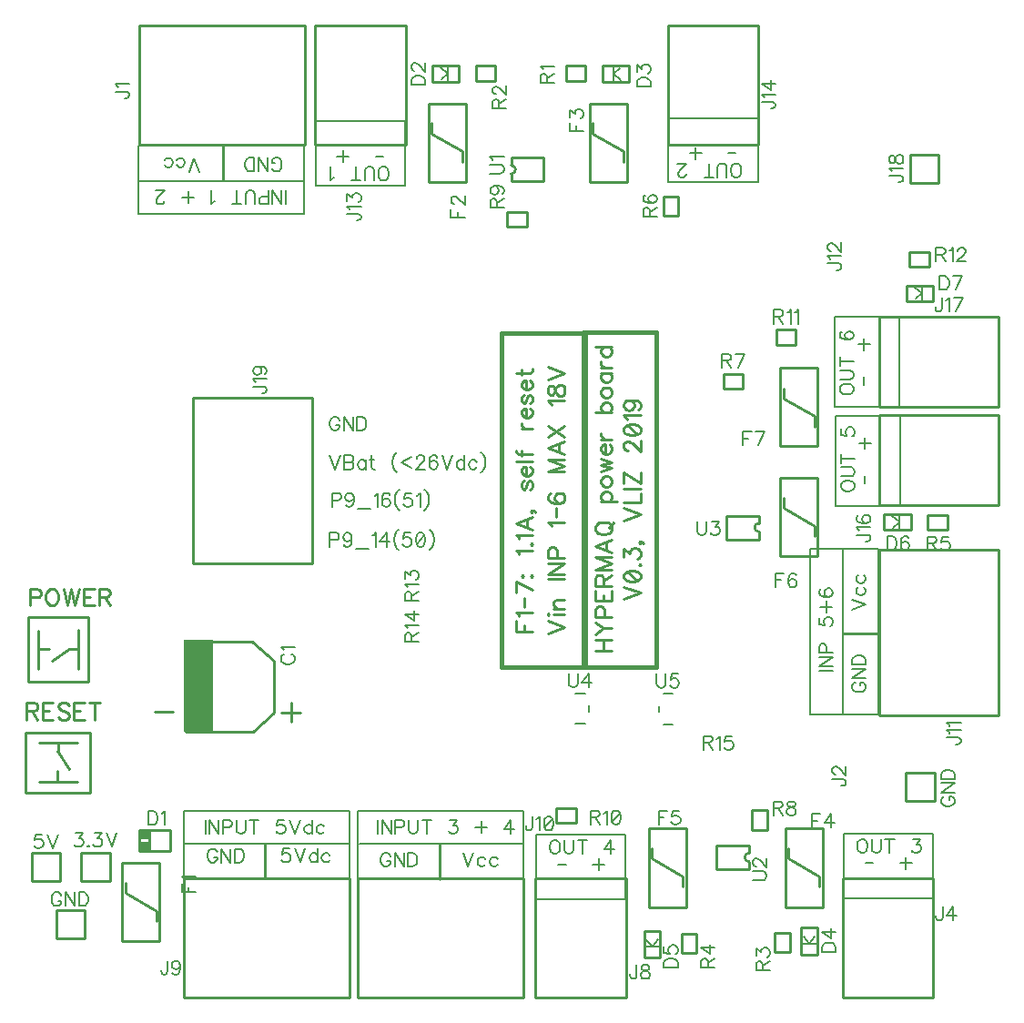
<source format=gto>
G04 DipTrace 3.3.1.3*
G04 Hypermaq Powerboard 031.gto*
%MOMM*%
G04 #@! TF.FileFunction,Legend,Top*
G04 #@! TF.Part,Single*
%ADD10C,0.25*%
%ADD17C,0.381*%
%ADD22C,0.254*%
%ADD30C,0.1778*%
%ADD31C,0.03333*%
%ADD33C,0.2032*%
%ADD95C,0.19608*%
%ADD96C,0.23529*%
%FSLAX35Y35*%
G04*
G71*
G90*
G75*
G01*
G04 TopSilk*
%LPD*%
G36*
X501912Y400852D2*
X234567D1*
Y1251960D1*
X501912D1*
Y400852D1*
G37*
X249949Y400000D2*
D10*
X869988D1*
X249949Y1240033D2*
X869988D1*
X1069952Y589987D2*
Y1049960D1*
X1070497Y578486D2*
X877611Y402556D1*
X1068727Y1059076D2*
X867402Y1238414D1*
X1228535Y490137D2*
Y667430D1*
X1319057Y576952D2*
X1141825D1*
X135062Y587857D2*
X-42170D1*
X2793482Y6595297D2*
X2543845D1*
Y6448528D1*
X2793482D1*
Y6595297D1*
X2691006Y6447210D2*
D33*
X2690906Y6522512D1*
X2691430Y6586678D2*
X2690906Y6522512D1*
X2628147Y6469941D1*
X2689358Y6525044D2*
X2622805Y6576875D1*
X-179984Y-515000D2*
D10*
X109984D1*
Y-705000D1*
X-179984D1*
Y-515000D1*
G36*
X-169736Y-518971D2*
X-82418D1*
Y-597555D1*
X-169736D1*
Y-518971D1*
G37*
G36*
X-172592Y-621172D2*
X-85274D1*
Y-699756D1*
X-172592D1*
Y-621172D1*
G37*
X-90818Y-519807D2*
D10*
X-89768Y-690028D1*
X-343512Y-1543760D2*
X3298D1*
Y-815180D1*
X-343512D1*
Y-1543760D1*
X-25001Y-1362198D2*
X-23822Y-1268721D1*
Y-1264131D2*
X-310079Y-1097942D1*
X-310842Y-1098233D2*
Y-1003955D1*
X2853512Y6243760D2*
X2506702D1*
Y5515180D1*
X2853512D1*
Y6243760D1*
X2535001Y6062198D2*
X2533822Y5968721D1*
Y5964131D2*
X2820079Y5797942D1*
X2820842Y5798233D2*
Y5703955D1*
X1772500Y-2070000D2*
X232500D1*
Y-960037D1*
X1772500D1*
Y-2070000D1*
X-185000Y6970000D2*
X1355000D1*
Y5860037D1*
X-185000D1*
Y6970000D1*
X1455000D2*
X2295000D1*
Y5860037D1*
X1455000D1*
Y6970000D1*
X-686433Y-1520003D2*
X-950553D1*
Y-1255883D1*
X-686433D1*
Y-1520003D1*
X-456433Y-990003D2*
X-720553D1*
Y-725883D1*
X-456433D1*
Y-990003D1*
X-916433D2*
X-1180553D1*
Y-725883D1*
X-916433D1*
Y-990003D1*
X3390000Y-2070000D2*
X1850000D1*
Y-960037D1*
X3390000D1*
Y-2070000D1*
X6949997Y-243567D2*
X7214117D1*
Y20553D1*
X6949997D1*
Y-243567D1*
X4830073Y5382444D2*
X4691387D1*
Y5202152D1*
X4830073D1*
Y5382444D1*
X5432444Y3589927D2*
X5252152D1*
Y3728613D1*
X5432444D1*
Y3589927D1*
X5519927Y-512444D2*
X5658613D1*
Y-332152D1*
X5519927D1*
Y-512444D1*
X3242556Y5235073D2*
X3422848D1*
Y5096387D1*
X3242556D1*
Y5235073D1*
X3697556Y-309927D2*
X3877848D1*
Y-448613D1*
X3697556D1*
Y-309927D1*
X3277487Y5519974D2*
X3577513D1*
X3277487Y5740026D2*
X3577513D1*
Y5519974D2*
Y5740026D1*
X3277487Y5519974D2*
Y5589980D1*
Y5670020D2*
Y5740026D1*
Y5589980D2*
G03X3277487Y5670020I-26J40020D01*
G01*
X5490013Y-657474D2*
X5189987D1*
X5490013Y-877526D2*
X5189987D1*
Y-657474D2*
Y-877526D1*
X5490013Y-657474D2*
Y-727480D1*
Y-807520D2*
Y-877526D1*
Y-727480D2*
G03X5490013Y-807520I26J-40020D01*
G01*
X5582513Y2410026D2*
X5282487D1*
X5582513Y2189974D2*
X5282487D1*
Y2410026D2*
Y2189974D1*
X5582513Y2410026D2*
Y2340020D1*
Y2259980D2*
Y2189974D1*
Y2340020D2*
G03X5582513Y2259980I26J-40020D01*
G01*
X3132444Y6456610D2*
X2952152D1*
Y6595297D1*
X3132444D1*
Y6456610D1*
X5922444Y3999927D2*
X5742152D1*
Y4138613D1*
X5922444D1*
Y3999927D1*
X-658893Y866243D2*
X-1218933D1*
Y1468630D1*
X-658893D1*
Y866243D1*
X-751953Y986359D2*
Y1345442D1*
X-1120833Y984673D2*
Y1340081D1*
X-755313Y1167437D2*
X-828093D1*
X-1017573Y1172497D2*
X-1114053D1*
X-833133Y1170810D2*
X-995613Y1060814D1*
X-635620Y392920D2*
X-1238007D1*
Y-167120D1*
X-635620D1*
Y392920D1*
X-755736Y299860D2*
X-1114819D1*
X-754049Y-69020D2*
X-1109457D1*
X-936813Y296500D2*
Y223720D1*
X-941873Y34240D2*
Y-62240D1*
X-940187Y218680D2*
X-830191Y56200D1*
X4126518Y6447210D2*
X4376155D1*
Y6593979D1*
X4126518D1*
Y6447210D1*
X4228994Y6595297D2*
D33*
X4229094Y6519995D1*
X4228570Y6455829D2*
X4229094Y6519995D1*
X4291853Y6572565D1*
X4230642Y6517462D2*
X4297195Y6465632D1*
X4353512Y6243760D2*
D10*
X4006702D1*
Y5515180D1*
X4353512D1*
Y6243760D1*
X4035001Y6062198D2*
X4033822Y5968721D1*
Y5964131D2*
X4320079Y5797942D1*
X4320842Y5798233D2*
Y5703955D1*
X4735000Y6970000D2*
X5575000D1*
Y5860037D1*
X4735000D1*
Y6970000D1*
X3787556Y6595297D2*
X3967848D1*
Y6456610D1*
X3787556D1*
Y6595297D1*
X6122790Y-1673482D2*
X5976021D1*
Y-1423845D1*
X6122790D1*
Y-1673482D1*
X5974703Y-1571006D2*
D33*
X6050005Y-1570906D1*
X6114171Y-1571430D2*
X6050005Y-1570906D1*
X5997435Y-1508147D1*
X6052538Y-1569358D2*
X6104368Y-1502805D1*
X6173512Y-501240D2*
D10*
X5826702D1*
Y-1229820D1*
X6173512D1*
Y-501240D1*
X5855001Y-682802D2*
X5853822Y-776279D1*
Y-780869D2*
X6140079Y-947058D1*
X6140842Y-946767D2*
Y-1041045D1*
X7205000Y-2070000D2*
X6365000D1*
Y-960037D1*
X7205000D1*
Y-2070000D1*
X5870073Y-1467556D2*
X5731387D1*
Y-1647848D1*
X5870073D1*
Y-1467556D1*
X4662790Y-1703482D2*
X4516021D1*
Y-1453845D1*
X4662790D1*
Y-1703482D1*
X4514703Y-1601006D2*
D33*
X4590005Y-1600906D1*
X4654171Y-1601430D2*
X4590005Y-1600906D1*
X4537435Y-1538147D1*
X4592538Y-1599358D2*
X4644368Y-1532805D1*
X4903512Y-501240D2*
D10*
X4556702D1*
Y-1229820D1*
X4903512D1*
Y-501240D1*
X4585001Y-682802D2*
X4583822Y-776279D1*
Y-780869D2*
X4870079Y-947058D1*
X4870842Y-946767D2*
Y-1041045D1*
X4345000Y-2070000D2*
X3505000D1*
Y-960037D1*
X4345000D1*
Y-2070000D1*
X5000073Y-1477556D2*
X4861387D1*
Y-1657848D1*
X5000073D1*
Y-1477556D1*
X7810000Y2095000D2*
X6700037D1*
Y555000D1*
X7810000D1*
Y2095000D1*
X6993482Y2422790D2*
X6743845D1*
Y2276021D1*
X6993482D1*
Y2422790D1*
X6891006Y2274703D2*
D33*
X6890906Y2350005D1*
X6891430Y2414171D2*
X6890906Y2350005D1*
X6828147Y2297435D1*
X6889358Y2352538D2*
X6822805Y2404368D1*
X5781488Y2036240D2*
D10*
X6128298D1*
Y2764820D1*
X5781488D1*
Y2036240D1*
X6099999Y2217802D2*
X6101178Y2311279D1*
Y2315869D2*
X5814921Y2482058D1*
X5814158Y2481767D2*
Y2576045D1*
X7810000Y3345000D2*
X6700037D1*
Y2505000D1*
X7810000D1*
Y3345000D1*
X7332444Y2279927D2*
X7152152D1*
Y2418613D1*
X7332444D1*
Y2279927D1*
X7203482Y4552790D2*
X6953845D1*
Y4406021D1*
X7203482D1*
Y4552790D1*
X7101006Y4404703D2*
D33*
X7100906Y4480005D1*
X7101430Y4544171D2*
X7100906Y4480005D1*
X7038147Y4427435D1*
X7099358Y4482538D2*
X7032805Y4534368D1*
X5781488Y3056240D2*
D10*
X6128298D1*
Y3784820D1*
X5781488D1*
Y3056240D1*
X6099999Y3237802D2*
X6101178Y3331279D1*
Y3335869D2*
X5814921Y3502058D1*
X5814158Y3501767D2*
Y3596045D1*
X7812500Y4260000D2*
X6702537D1*
Y3420000D1*
X7812500D1*
Y4260000D1*
X6982556Y4865073D2*
X7162848D1*
Y4726387D1*
X6982556D1*
Y4865073D1*
X6989997Y5506433D2*
X7254117D1*
Y5770553D1*
X6989997D1*
Y5506433D1*
X320000Y1965000D2*
X1429963D1*
Y3505000D1*
X320000D1*
Y1965000D1*
X3962952Y472760D2*
D33*
X3877068D1*
Y757240D2*
X3962952D1*
X4001030Y641826D2*
Y588174D1*
X4692058Y752250D2*
X4777942D1*
Y467770D2*
X4692058D1*
X4653980Y583184D2*
Y636836D1*
X987750Y-643250D2*
D22*
Y-960750D1*
X2613000Y-649000D2*
X2615750Y-970750D1*
X3190000Y4110000D2*
D17*
X3970000D1*
Y1000000D1*
X3190000D1*
Y4110000D1*
X233000Y-334000D2*
D30*
X1773000D1*
Y-969000D1*
X233000D1*
Y-334000D1*
X243000Y-639000D2*
X1773000D1*
X2607750Y-643250D2*
D22*
Y-960750D1*
X1853000Y-334000D2*
D30*
X3393000D1*
Y-969000D1*
X1853000D1*
Y-334000D1*
X1863000Y-639000D2*
X3393000D1*
X3503000Y-1149000D2*
D31*
Y-1159000D1*
Y-1149000D1*
Y-1139000D2*
Y-1159000D1*
Y-1139000D1*
X3510000Y-560000D2*
D30*
X4343000D1*
Y-1159000D1*
X3510000D1*
Y-560000D1*
X3948537Y4113687D2*
D17*
X4623243D1*
Y997193D1*
X3948537D1*
Y4113687D1*
X6370000Y-550000D2*
D30*
X7203000D1*
Y-1149000D1*
X6370000D1*
Y-550000D1*
X1460000Y6080000D2*
X2293000D1*
Y5481000D1*
X1460000D1*
Y6080000D1*
X4740000Y6110000D2*
X5573000D1*
Y5511000D1*
X4740000D1*
Y6110000D1*
X6297000Y3337000D2*
X6896000D1*
Y2504000D1*
X6297000D1*
Y3337000D1*
X6287000Y4257000D2*
X6886000D1*
Y3424000D1*
X6287000D1*
Y4257000D1*
X6364750Y1313250D2*
D22*
X6682250D1*
X6055500Y2098500D2*
D30*
X6690500D1*
Y558500D1*
X6055500D1*
Y2098500D1*
X6360500Y568500D2*
Y2098500D1*
X598250Y5530250D2*
D22*
Y5847750D1*
X-187000Y5856000D2*
D30*
X1353000D1*
Y5221000D1*
X-187000D1*
Y5856000D1*
X1343000Y5526000D2*
X-187000D1*
X1167167Y1121695D2*
D95*
X1155094Y1115659D1*
X1142880Y1103446D1*
X1136843Y1091372D1*
Y1067086D1*
X1142880Y1054872D1*
X1155093Y1042799D1*
X1167166Y1036622D1*
X1185416Y1030586D1*
X1215880D1*
X1233990Y1036622D1*
X1246203Y1042799D1*
X1258276Y1054872D1*
X1264453Y1067086D1*
Y1091372D1*
X1258276Y1103445D1*
X1246203Y1115659D1*
X1233990Y1121695D1*
X1161270Y1160911D2*
X1155094Y1173125D1*
X1136984Y1191375D1*
X1264453Y1191374D1*
X2347858Y6417573D2*
X2475468D1*
Y6460109D1*
X2469291Y6478359D1*
X2457218Y6490573D1*
X2445005Y6496609D1*
X2426895Y6502646D1*
X2396432D1*
X2378182Y6496609D1*
X2366109Y6490573D1*
X2353895Y6478359D1*
X2347858Y6460109D1*
Y6417573D1*
X2378322Y6548038D2*
X2372285D1*
X2360072Y6554075D1*
X2354035Y6560111D1*
X2347999Y6572325D1*
Y6596611D1*
X2354035Y6608684D1*
X2360072Y6614721D1*
X2372285Y6620898D1*
X2384359D1*
X2396572Y6614721D1*
X2414682Y6602648D1*
X2475468Y6541861D1*
Y6626934D1*
X-96126Y-339013D2*
Y-466623D1*
X-53590D1*
X-35340Y-460446D1*
X-23126Y-448373D1*
X-17090Y-436160D1*
X-11053Y-418050D1*
Y-387586D1*
X-17090Y-369336D1*
X-23126Y-357263D1*
X-35340Y-345050D1*
X-53590Y-339013D1*
X-96126D1*
X28163Y-363440D2*
X40376Y-357263D1*
X58626Y-339154D1*
Y-466623D1*
X215502Y-1014791D2*
Y-1093828D1*
X343111D1*
X276288D2*
Y-1045254D1*
X239929Y-975575D2*
X233752Y-963362D1*
X215642Y-945112D1*
X343111D1*
X2717715Y5264094D2*
Y5185058D1*
X2845325D1*
X2778502D2*
Y5233631D1*
X2748179Y5309487D2*
X2742142D1*
X2729929Y5315523D1*
X2723892Y5321560D1*
X2717856Y5333773D1*
Y5358060D1*
X2723892Y5370133D1*
X2729929Y5376169D1*
X2742142Y5382346D1*
X2754215D1*
X2766429Y5376169D1*
X2784538Y5364096D1*
X2845325Y5303310D1*
Y5388383D1*
X80767Y-1730763D2*
Y-1827910D1*
X74731Y-1846160D1*
X68554Y-1852196D1*
X56481Y-1858373D1*
X44267D1*
X32194Y-1852196D1*
X26158Y-1846160D1*
X19981Y-1827910D1*
Y-1815836D1*
X199019Y-1773300D2*
X192842Y-1791550D1*
X180769Y-1803763D1*
X162519Y-1809800D1*
X156483D1*
X138233Y-1803763D1*
X126160Y-1791550D1*
X119983Y-1773300D1*
Y-1767263D1*
X126160Y-1749013D1*
X138233Y-1736940D1*
X156483Y-1730904D1*
X162519D1*
X180769Y-1736940D1*
X192842Y-1749013D1*
X199019Y-1773300D1*
Y-1803763D1*
X192842Y-1834086D1*
X180769Y-1852336D1*
X162519Y-1858373D1*
X150446D1*
X132196Y-1852336D1*
X126160Y-1840123D1*
X-400987Y6355554D2*
X-303840D1*
X-285590Y6349517D1*
X-279554Y6343340D1*
X-273377Y6331267D1*
Y6319054D1*
X-279554Y6306981D1*
X-285590Y6300944D1*
X-303840Y6294767D1*
X-315914D1*
X-376560Y6394770D2*
X-382736Y6406983D1*
X-400846Y6425233D1*
X-273377D1*
X1752263Y5217410D2*
X1849410D1*
X1867660Y5211373D1*
X1873696Y5205196D1*
X1879873Y5193123D1*
Y5180910D1*
X1873696Y5168837D1*
X1867660Y5162800D1*
X1849410Y5156623D1*
X1837336D1*
X1776690Y5256625D2*
X1770514Y5268839D1*
X1752404Y5287089D1*
X1879873D1*
X1752404Y5338518D2*
Y5405200D1*
X1800977Y5368841D1*
Y5387091D1*
X1807014Y5399164D1*
X1813050Y5405200D1*
X1831300Y5411377D1*
X1843373D1*
X1861623Y5405200D1*
X1873837Y5393127D1*
X1879873Y5374877D1*
Y5356627D1*
X1873837Y5338518D1*
X1867660Y5332481D1*
X1855587Y5326304D1*
X6220763Y4757410D2*
X6317910D1*
X6336160Y4751373D1*
X6342196Y4745196D1*
X6348373Y4733123D1*
Y4720910D1*
X6342196Y4708837D1*
X6336160Y4702800D1*
X6317910Y4696623D1*
X6305836D1*
X6245190Y4796625D2*
X6239014Y4808839D1*
X6220904Y4827089D1*
X6348373D1*
X6251227Y4872481D2*
X6245190D1*
X6232977Y4878518D1*
X6226940Y4884554D1*
X6220904Y4896768D1*
Y4921054D1*
X6226940Y4933127D1*
X6232977Y4939164D1*
X6245190Y4945341D1*
X6257264D1*
X6269477Y4939164D1*
X6287587Y4927091D1*
X6348373Y4866304D1*
Y4951377D1*
X6264013Y-42501D2*
X6361160D1*
X6379410Y-48537D1*
X6385446Y-54714D1*
X6391623Y-66787D1*
Y-79001D1*
X6385446Y-91074D1*
X6379410Y-97110D1*
X6361160Y-103287D1*
X6349086D1*
X6294477Y2892D2*
X6288440D1*
X6276227Y8928D1*
X6270190Y14965D1*
X6264154Y27178D1*
Y51465D1*
X6270190Y63538D1*
X6276227Y69574D1*
X6288440Y75751D1*
X6300514D1*
X6312727Y69574D1*
X6330837Y57501D1*
X6391623Y-3285D1*
Y81788D1*
X-907227Y-1123401D2*
X-913264Y-1111328D1*
X-925477Y-1099115D1*
X-937550Y-1093078D1*
X-961837D1*
X-974050Y-1099115D1*
X-986123Y-1111328D1*
X-992300Y-1123401D1*
X-998337Y-1141651D1*
Y-1172115D1*
X-992300Y-1190225D1*
X-986123Y-1202438D1*
X-974050Y-1214511D1*
X-961837Y-1220688D1*
X-937550D1*
X-925477Y-1214511D1*
X-913264Y-1202438D1*
X-907227Y-1190225D1*
Y-1172115D1*
X-937550D1*
X-782939Y-1093078D2*
Y-1220688D1*
X-868012Y-1093078D1*
Y-1220688D1*
X-743723Y-1093078D2*
Y-1220688D1*
X-701186D1*
X-682936Y-1214511D1*
X-670723Y-1202438D1*
X-664686Y-1190225D1*
X-658650Y-1172115D1*
Y-1141651D1*
X-664686Y-1123401D1*
X-670723Y-1111328D1*
X-682936Y-1099115D1*
X-701186Y-1093078D1*
X-743723D1*
X-774856Y-543219D2*
X-708174D1*
X-744533Y-591792D1*
X-726283D1*
X-714210Y-597828D1*
X-708174Y-603865D1*
X-701997Y-622115D1*
Y-634188D1*
X-708174Y-652438D1*
X-720247Y-664651D1*
X-738497Y-670688D1*
X-756747D1*
X-774856Y-664651D1*
X-780893Y-658475D1*
X-787070Y-646401D1*
X-656744Y-658475D2*
X-662781Y-664651D1*
X-656744Y-670688D1*
X-650568Y-664651D1*
X-656744Y-658475D1*
X-599138Y-543219D2*
X-532456D1*
X-568815Y-591792D1*
X-550565D1*
X-538492Y-597828D1*
X-532456Y-603865D1*
X-526279Y-622115D1*
Y-634188D1*
X-532456Y-652438D1*
X-544529Y-664651D1*
X-562779Y-670688D1*
X-581029D1*
X-599138Y-664651D1*
X-605175Y-658475D1*
X-611352Y-646401D1*
X-487063Y-543078D2*
X-438490Y-670688D1*
X-389917Y-543078D1*
X-1086351Y-553219D2*
X-1146997D1*
X-1153034Y-607828D1*
X-1146997Y-601792D1*
X-1128747Y-595615D1*
X-1110638D1*
X-1092388Y-601792D1*
X-1080174Y-613865D1*
X-1074138Y-632115D1*
Y-644188D1*
X-1080174Y-662438D1*
X-1092388Y-674651D1*
X-1110638Y-680688D1*
X-1128747D1*
X-1146997Y-674651D1*
X-1153034Y-668475D1*
X-1159211Y-656401D1*
X-1034922Y-553078D2*
X-986349Y-680688D1*
X-937776Y-553078D1*
X3473409Y-389013D2*
Y-486160D1*
X3467373Y-504410D1*
X3461196Y-510446D1*
X3449123Y-516623D1*
X3436909D1*
X3424836Y-510446D1*
X3418800Y-504410D1*
X3412623Y-486160D1*
Y-474086D1*
X3512625Y-413440D2*
X3524838Y-407263D1*
X3543088Y-389154D1*
Y-516623D1*
X3618804Y-389154D2*
X3600554Y-395190D1*
X3588341Y-413440D1*
X3582304Y-443763D1*
Y-462013D1*
X3588341Y-492336D1*
X3600554Y-510586D1*
X3618804Y-516623D1*
X3630877D1*
X3649127Y-510586D1*
X3661200Y-492336D1*
X3667377Y-462013D1*
Y-443763D1*
X3661200Y-413440D1*
X3649127Y-395190D1*
X3630877Y-389154D1*
X3618804D1*
X3661200Y-413440D2*
X3588341Y-492336D1*
X7306393Y-202300D2*
X7294320Y-208337D1*
X7282107Y-220550D1*
X7276070Y-232623D1*
Y-256910D1*
X7282107Y-269123D1*
X7294320Y-281196D1*
X7306393Y-287373D1*
X7324643Y-293410D1*
X7355107D1*
X7373216Y-287373D1*
X7385430Y-281196D1*
X7397503Y-269123D1*
X7403680Y-256910D1*
Y-232624D1*
X7397503Y-220551D1*
X7385430Y-208337D1*
X7373216Y-202300D1*
X7355107D1*
Y-232623D1*
X7276070Y-78012D2*
X7403680D1*
X7276070Y-163085D1*
X7403680D1*
X7276070Y-38796D2*
X7403680D1*
Y3740D1*
X7397503Y21990D1*
X7385430Y34204D1*
X7373216Y40240D1*
X7355107Y46277D1*
X7324643D1*
X7306393Y40240D1*
X7294320Y34204D1*
X7282107Y21990D1*
X7276070Y3740D1*
Y-38796D1*
X4566187Y5193408D2*
Y5248017D1*
X4560010Y5266267D1*
X4553973Y5272444D1*
X4541900Y5278481D1*
X4529687D1*
X4517614Y5272444D1*
X4511437Y5266267D1*
X4505400Y5248017D1*
Y5193408D1*
X4633010D1*
X4566187Y5235944D2*
X4633010Y5278481D1*
X4523650Y5390556D2*
X4511577Y5384520D1*
X4505541Y5366270D1*
Y5354196D1*
X4511577Y5335947D1*
X4529827Y5323733D1*
X4560150Y5317696D1*
X4590473D1*
X4614760Y5323733D1*
X4626973Y5335946D1*
X4633010Y5354196D1*
Y5360233D1*
X4626973Y5378342D1*
X4614760Y5390556D1*
X4596510Y5396593D1*
X4590473D1*
X4572223Y5390556D1*
X4560150Y5378343D1*
X4554114Y5360233D1*
Y5354196D1*
X4560150Y5335946D1*
X4572223Y5323733D1*
X4590473Y5317696D1*
X5240319Y3853813D2*
X5294929D1*
X5313179Y3859990D1*
X5319356Y3866027D1*
X5325392Y3878100D1*
Y3890313D1*
X5319356Y3902386D1*
X5313179Y3908563D1*
X5294929Y3914600D1*
X5240319D1*
Y3786990D1*
X5282856Y3853813D2*
X5325392Y3786990D1*
X5388894D2*
X5449681Y3914460D1*
X5364608D1*
X5715316Y-309800D2*
X5769926D1*
X5788176Y-303623D1*
X5794352Y-297586D1*
X5800389Y-285513D1*
Y-273300D1*
X5794352Y-261227D1*
X5788176Y-255050D1*
X5769926Y-249013D1*
X5715316D1*
Y-376623D1*
X5757852Y-309800D2*
X5800389Y-376623D1*
X5869928Y-249154D2*
X5851818Y-255190D1*
X5845641Y-267263D1*
Y-279477D1*
X5851818Y-291550D1*
X5863891Y-297727D1*
X5888178Y-303763D1*
X5906428Y-309800D1*
X5918501Y-322013D1*
X5924537Y-334086D1*
Y-352336D1*
X5918501Y-364410D1*
X5912464Y-370586D1*
X5894214Y-376623D1*
X5869928D1*
X5851818Y-370586D1*
X5845641Y-364410D1*
X5839605Y-352336D1*
Y-334086D1*
X5845641Y-322013D1*
X5857855Y-309800D1*
X5875964Y-303763D1*
X5900251Y-297727D1*
X5912464Y-291550D1*
X5918501Y-279477D1*
Y-267263D1*
X5912464Y-255190D1*
X5894214Y-249154D1*
X5869928D1*
X3144800Y5273411D2*
Y5328021D1*
X3138623Y5346271D1*
X3132587Y5352447D1*
X3120514Y5358484D1*
X3108300D1*
X3096227Y5352447D1*
X3090050Y5346271D1*
X3084013Y5328021D1*
Y5273411D1*
X3211623D1*
X3144800Y5315948D2*
X3211623Y5358484D1*
X3126550Y5476736D2*
X3144800Y5470559D1*
X3157014Y5458486D1*
X3163050Y5440236D1*
Y5434200D1*
X3157014Y5415950D1*
X3144800Y5403877D1*
X3126550Y5397700D1*
X3120514D1*
X3102264Y5403877D1*
X3090190Y5415950D1*
X3084154Y5434200D1*
Y5440236D1*
X3090190Y5458486D1*
X3102264Y5470559D1*
X3126550Y5476736D1*
X3157014D1*
X3187337Y5470559D1*
X3205587Y5458486D1*
X3211623Y5440236D1*
Y5428163D1*
X3205587Y5409913D1*
X3193373Y5403876D1*
X4015480Y-394727D2*
X4070089D1*
X4088339Y-388550D1*
X4094516Y-382513D1*
X4100553Y-370440D1*
Y-358227D1*
X4094516Y-346154D1*
X4088339Y-339977D1*
X4070089Y-333940D1*
X4015480D1*
Y-461550D1*
X4058016Y-394727D2*
X4100553Y-461550D1*
X4139768Y-358367D2*
X4151982Y-352190D1*
X4170232Y-334080D1*
Y-461550D1*
X4245947Y-334080D2*
X4227697Y-340117D1*
X4215484Y-358367D1*
X4209447Y-388690D1*
Y-406940D1*
X4215484Y-437263D1*
X4227697Y-455513D1*
X4245947Y-461550D1*
X4258020D1*
X4276270Y-455513D1*
X4288344Y-437263D1*
X4294520Y-406940D1*
Y-388690D1*
X4288344Y-358367D1*
X4276270Y-340117D1*
X4258020Y-334080D1*
X4245947D1*
X4288344Y-358367D2*
X4215484Y-437263D1*
X3081513Y5592624D2*
X3172623D1*
X3190873Y5598661D1*
X3202946Y5610874D1*
X3209123Y5629124D1*
Y5641197D1*
X3202946Y5659447D1*
X3190873Y5671661D1*
X3172623Y5677697D1*
X3081514D1*
X3105940Y5716913D2*
X3099764Y5729126D1*
X3081654Y5747376D1*
X3209123D1*
X5524013Y-982181D2*
X5615123D1*
X5633373Y-976144D1*
X5645446Y-963931D1*
X5651623Y-945681D1*
Y-933608D1*
X5645446Y-915358D1*
X5633373Y-903144D1*
X5615123Y-897108D1*
X5524014D1*
X5554477Y-851715D2*
X5548440D1*
X5536227Y-845678D1*
X5530190Y-839642D1*
X5524154Y-827429D1*
Y-803142D1*
X5530190Y-791069D1*
X5536227Y-785032D1*
X5548440Y-778855D1*
X5560514Y-778856D1*
X5572727Y-785032D1*
X5590837Y-797106D1*
X5651623Y-857892D1*
Y-772819D1*
X5007819Y2355987D2*
Y2264877D1*
X5013856Y2246627D1*
X5026069Y2234554D1*
X5044319Y2228377D1*
X5056392D1*
X5074642Y2234554D1*
X5086856Y2246627D1*
X5092892Y2264877D1*
Y2355987D1*
X5144321Y2355846D2*
X5211004D1*
X5174644Y2307273D1*
X5192894D1*
X5204967Y2301237D1*
X5211004Y2295200D1*
X5217181Y2276950D1*
Y2264877D1*
X5211004Y2246627D1*
X5198931Y2234414D1*
X5180681Y2228377D1*
X5162431D1*
X5144321Y2234414D1*
X5138285Y2240590D1*
X5132108Y2252664D1*
X3164800Y6200616D2*
Y6255226D1*
X3158623Y6273476D1*
X3152587Y6279653D1*
X3140514Y6285689D1*
X3128300D1*
X3116227Y6279653D1*
X3110050Y6273476D1*
X3104013Y6255226D1*
Y6200616D1*
X3231623D1*
X3164800Y6243153D2*
X3231623Y6285689D1*
X3134477Y6331082D2*
X3128440D1*
X3116227Y6337118D1*
X3110190Y6343155D1*
X3104154Y6355368D1*
Y6379655D1*
X3110190Y6391728D1*
X3116227Y6397764D1*
X3128440Y6403941D1*
X3140514D1*
X3152727Y6397764D1*
X3170837Y6385691D1*
X3231623Y6324905D1*
Y6409978D1*
X5722784Y4263813D2*
X5777394D1*
X5795644Y4269990D1*
X5801821Y4276027D1*
X5807857Y4288100D1*
Y4300313D1*
X5801821Y4312386D1*
X5795644Y4318563D1*
X5777394Y4324600D1*
X5722784D1*
Y4196990D1*
X5765321Y4263813D2*
X5807857Y4196990D1*
X5847073Y4300173D2*
X5859287Y4306350D1*
X5877537Y4324460D1*
Y4196990D1*
X5916752Y4300173D2*
X5928966Y4306350D1*
X5947216Y4324460D1*
Y4196990D1*
X4445352Y6400616D2*
X4572961D1*
X4572962Y6443152D1*
X4566785Y6461402D1*
X4554712Y6473616D1*
X4542498Y6479652D1*
X4524388Y6485689D1*
X4493925D1*
X4475675Y6479653D1*
X4463602Y6473616D1*
X4451388Y6461403D1*
X4445352Y6443153D1*
Y6400616D1*
X4445492Y6537118D2*
Y6603801D1*
X4494065Y6567441D1*
Y6585691D1*
X4500102Y6597764D1*
X4506138Y6603801D1*
X4524388Y6609978D1*
X4536461D1*
X4554711Y6603801D1*
X4566925Y6591728D1*
X4572961Y6573478D1*
Y6555228D1*
X4566925Y6537118D1*
X4560748Y6531081D1*
X4548675Y6524905D1*
X3820715Y6066844D2*
Y5987808D1*
X3948325D1*
X3881502D2*
Y6036381D1*
X3820856Y6118273D2*
Y6184956D1*
X3869429Y6148596D1*
Y6166846D1*
X3875465Y6178919D1*
X3881502Y6184956D1*
X3899752Y6191133D1*
X3911825D1*
X3930075Y6184956D1*
X3942288Y6172883D1*
X3948325Y6154633D1*
Y6136383D1*
X3942288Y6118273D1*
X3936111Y6112237D1*
X3924038Y6106060D1*
X5609013Y6260391D2*
X5706160D1*
X5724410Y6254355D1*
X5730446Y6248178D1*
X5736623Y6236105D1*
Y6223891D1*
X5730446Y6211818D1*
X5724410Y6205782D1*
X5706160Y6199605D1*
X5694086D1*
X5633440Y6299607D2*
X5627264Y6311820D1*
X5609154Y6330070D1*
X5736623D1*
Y6430072D2*
X5609154Y6430073D1*
X5694087Y6369286D1*
Y6460396D1*
X3609800Y6437921D2*
Y6492530D1*
X3603623Y6510780D1*
X3597587Y6516957D1*
X3585514Y6522994D1*
X3573300D1*
X3561227Y6516957D1*
X3555050Y6510780D1*
X3549013Y6492530D1*
Y6437921D1*
X3676623D1*
X3609800Y6480457D2*
X3676623Y6522994D1*
X3573440Y6562210D2*
X3567264Y6574423D1*
X3549154Y6592673D1*
X3676623D1*
X6168717Y-1646362D2*
X6296326D1*
X6296327Y-1603826D1*
X6290150Y-1585576D1*
X6278077Y-1573362D1*
X6265863Y-1567326D1*
X6247753Y-1561289D1*
X6217290D1*
X6199040Y-1567326D1*
X6186967Y-1573362D1*
X6174753Y-1585576D1*
X6168717Y-1603826D1*
Y-1646362D1*
X6296326Y-1461287D2*
X6168857D1*
X6253790Y-1522074D1*
Y-1430964D1*
X6154462Y-365253D2*
X6075426D1*
Y-492863D1*
Y-426040D2*
X6123999D1*
X6254465Y-492863D2*
Y-365394D1*
X6193678Y-450326D1*
X6284788D1*
X7290231Y-1229013D2*
Y-1326160D1*
X7284194Y-1344410D1*
X7278017Y-1350446D1*
X7265944Y-1356623D1*
X7253731D1*
X7241658Y-1350446D1*
X7235621Y-1344410D1*
X7229444Y-1326160D1*
Y-1314086D1*
X7390233Y-1356623D2*
Y-1229154D1*
X7329446Y-1314086D1*
X7420556D1*
X5616187Y-1819681D2*
Y-1765071D1*
X5610010Y-1746821D1*
X5603973Y-1740644D1*
X5591900Y-1734608D1*
X5579687D1*
X5567614Y-1740644D1*
X5561437Y-1746821D1*
X5555400Y-1765071D1*
Y-1819681D1*
X5683010D1*
X5616187Y-1777144D2*
X5683010Y-1734608D1*
X5555541Y-1683178D2*
Y-1616496D1*
X5604114Y-1652855D1*
Y-1634606D1*
X5610150Y-1622532D1*
X5616187Y-1616496D1*
X5634437Y-1610319D1*
X5646510D1*
X5664760Y-1616496D1*
X5676973Y-1628569D1*
X5683010Y-1646819D1*
Y-1665069D1*
X5676973Y-1683179D1*
X5670796Y-1689215D1*
X5658723Y-1695392D1*
X4698717Y-1793344D2*
X4826326D1*
X4826327Y-1750808D1*
X4820150Y-1732558D1*
X4808077Y-1720344D1*
X4795863Y-1714308D1*
X4777753Y-1708271D1*
X4747290D1*
X4729040Y-1714307D1*
X4716967Y-1720344D1*
X4704753Y-1732557D1*
X4698717Y-1750807D1*
Y-1793344D1*
X4698857Y-1596196D2*
Y-1656842D1*
X4753467Y-1662878D1*
X4747430Y-1656842D1*
X4741253Y-1638592D1*
Y-1620482D1*
X4747430Y-1602232D1*
X4759503Y-1590019D1*
X4777753Y-1583982D1*
X4789826D1*
X4808076Y-1590019D1*
X4820290Y-1602232D1*
X4826326Y-1620482D1*
Y-1638592D1*
X4820290Y-1656842D1*
X4814113Y-1662879D1*
X4802040Y-1669055D1*
X4727481Y-335253D2*
X4648444D1*
Y-462863D1*
Y-396040D2*
X4697017D1*
X4839556Y-335394D2*
X4778910D1*
X4772873Y-390003D1*
X4778910Y-383967D1*
X4797160Y-377790D1*
X4815269D1*
X4833519Y-383967D1*
X4845733Y-396040D1*
X4851769Y-414290D1*
Y-426363D1*
X4845733Y-444613D1*
X4833519Y-456826D1*
X4815269Y-462863D1*
X4797160D1*
X4778910Y-456826D1*
X4772873Y-450650D1*
X4766696Y-438576D1*
X4443319Y-1769013D2*
Y-1866160D1*
X4437283Y-1884410D1*
X4431106Y-1890446D1*
X4419033Y-1896623D1*
X4406819D1*
X4394746Y-1890446D1*
X4388709Y-1884410D1*
X4382533Y-1866160D1*
Y-1854086D1*
X4512858Y-1769154D2*
X4494748Y-1775190D1*
X4488571Y-1787263D1*
Y-1799477D1*
X4494748Y-1811550D1*
X4506821Y-1817727D1*
X4531108Y-1823763D1*
X4549358Y-1829800D1*
X4561431Y-1842013D1*
X4567467Y-1854086D1*
Y-1872336D1*
X4561431Y-1884410D1*
X4555394Y-1890586D1*
X4537144Y-1896623D1*
X4512858D1*
X4494748Y-1890586D1*
X4488571Y-1884410D1*
X4482535Y-1872336D1*
Y-1854086D1*
X4488571Y-1842013D1*
X4500785Y-1829800D1*
X4518894Y-1823763D1*
X4543181Y-1817727D1*
X4555394Y-1811550D1*
X4561431Y-1799477D1*
Y-1787263D1*
X4555394Y-1775190D1*
X4537144Y-1769154D1*
X4512858D1*
X5106187Y-1792699D2*
Y-1738089D1*
X5100010Y-1719839D1*
X5093973Y-1713662D1*
X5081900Y-1707626D1*
X5069687D1*
X5057614Y-1713662D1*
X5051437Y-1719839D1*
X5045400Y-1738089D1*
Y-1792699D1*
X5173010D1*
X5106187Y-1750162D2*
X5173010Y-1707626D1*
Y-1607624D2*
X5045541D1*
X5130473Y-1668410D1*
Y-1577301D1*
X7331513Y345714D2*
X7428660D1*
X7446910Y339678D1*
X7452946Y333501D1*
X7459123Y321428D1*
Y309214D1*
X7452946Y297141D1*
X7446910Y291105D1*
X7428660Y284928D1*
X7416586D1*
X7355940Y384930D2*
X7349764Y397143D1*
X7331654Y415393D1*
X7459123D1*
X7355940Y454609D2*
X7349764Y466823D1*
X7331654Y485073D1*
X7459123Y485072D1*
X6777071Y2218777D2*
Y2091167D1*
X6819607D1*
X6837857Y2097344D1*
X6850071Y2109417D1*
X6856107Y2121630D1*
X6862144Y2139740D1*
Y2170204D1*
X6856107Y2188454D1*
X6850071Y2200527D1*
X6837857Y2212740D1*
X6819607Y2218777D1*
X6777071D1*
X6974219Y2200527D2*
X6968183Y2212600D1*
X6949933Y2218636D1*
X6937860D1*
X6919610Y2212600D1*
X6907396Y2194350D1*
X6901360Y2164027D1*
Y2133704D1*
X6907396Y2109417D1*
X6919610Y2097204D1*
X6937860Y2091167D1*
X6943896D1*
X6962006Y2097204D1*
X6974219Y2109417D1*
X6980256Y2127667D1*
Y2133704D1*
X6974219Y2151954D1*
X6962006Y2164027D1*
X6943896Y2170063D1*
X6937860D1*
X6919610Y2164027D1*
X6907396Y2151954D1*
X6901360Y2133704D1*
X5815356Y1870807D2*
X5736319D1*
Y1743197D1*
Y1810020D2*
X5784892D1*
X5927431Y1852557D2*
X5921394Y1864630D1*
X5903144Y1870666D1*
X5891071D1*
X5872821Y1864630D1*
X5860608Y1846380D1*
X5854571Y1816057D1*
Y1785734D1*
X5860608Y1761447D1*
X5872821Y1749234D1*
X5891071Y1743197D1*
X5897108D1*
X5915218Y1749234D1*
X5927431Y1761447D1*
X5933468Y1779697D1*
Y1785734D1*
X5927431Y1803984D1*
X5915218Y1816057D1*
X5897108Y1822093D1*
X5891071D1*
X5872821Y1816057D1*
X5860608Y1803984D1*
X5854571Y1785734D1*
X6491513Y2231498D2*
X6588660D1*
X6606910Y2225461D1*
X6612946Y2219285D1*
X6619123Y2207211D1*
Y2194998D1*
X6612946Y2182925D1*
X6606910Y2176888D1*
X6588660Y2170712D1*
X6576586D1*
X6515940Y2270714D2*
X6509764Y2282927D1*
X6491654Y2301177D1*
X6619123D1*
X6509764Y2413252D2*
X6497690Y2407216D1*
X6491654Y2388966D1*
Y2376893D1*
X6497690Y2358643D1*
X6515940Y2346429D1*
X6546264Y2340393D1*
X6576587D1*
X6600873Y2346429D1*
X6613087Y2358643D1*
X6619123Y2376893D1*
Y2382929D1*
X6613087Y2401039D1*
X6600873Y2413252D1*
X6582623Y2419289D1*
X6576587D1*
X6558337Y2413252D1*
X6546264Y2401039D1*
X6540227Y2382929D1*
Y2376893D1*
X6546264Y2358643D1*
X6558337Y2346429D1*
X6576587Y2340393D1*
X7150319Y2153813D2*
X7204929D1*
X7223179Y2159990D1*
X7229356Y2166027D1*
X7235392Y2178100D1*
Y2190313D1*
X7229356Y2202386D1*
X7223179Y2208563D1*
X7204929Y2214600D1*
X7150319D1*
Y2086990D1*
X7192856Y2153813D2*
X7235392Y2086990D1*
X7347467Y2214460D2*
X7286821D1*
X7280785Y2159850D1*
X7286821Y2165886D1*
X7305071Y2172063D1*
X7323181D1*
X7341431Y2165886D1*
X7353644Y2153813D1*
X7359681Y2135563D1*
Y2123490D1*
X7353644Y2105240D1*
X7341431Y2093027D1*
X7323181Y2086990D1*
X7305071D1*
X7286821Y2093027D1*
X7280785Y2099204D1*
X7274608Y2111277D1*
X7263982Y4638777D2*
Y4511167D1*
X7306519D1*
X7324769Y4517344D1*
X7336982Y4529417D1*
X7343019Y4541630D1*
X7349055Y4559740D1*
Y4590204D1*
X7343019Y4608454D1*
X7336982Y4620527D1*
X7324769Y4632740D1*
X7306519Y4638777D1*
X7263982D1*
X7412558Y4511167D2*
X7473344Y4638636D1*
X7388271D1*
X5512267Y3190807D2*
X5433231D1*
Y3063197D1*
Y3130020D2*
X5481804D1*
X5575769Y3063197D2*
X5636556Y3190666D1*
X5551483D1*
X7283409Y4435987D2*
Y4338840D1*
X7277373Y4320590D1*
X7271196Y4314554D1*
X7259123Y4308377D1*
X7246909D1*
X7234836Y4314554D1*
X7228800Y4320590D1*
X7222623Y4338840D1*
Y4350914D1*
X7322625Y4411560D2*
X7334838Y4417737D1*
X7353088Y4435846D1*
Y4308377D1*
X7416591D2*
X7477377Y4435846D1*
X7392304D1*
X7230480Y4840273D2*
X7285089D1*
X7303339Y4846450D1*
X7309516Y4852487D1*
X7315553Y4864560D1*
Y4876773D1*
X7309516Y4888846D1*
X7303339Y4895023D1*
X7285089Y4901060D1*
X7230480D1*
Y4773450D1*
X7273016Y4840273D2*
X7315553Y4773450D1*
X7354768Y4876633D2*
X7366982Y4882810D1*
X7385232Y4900920D1*
Y4773450D1*
X7430624Y4870596D2*
Y4876633D1*
X7436661Y4888846D1*
X7442697Y4894883D1*
X7454911Y4900920D1*
X7479197D1*
X7491270Y4894883D1*
X7497307Y4888846D1*
X7503484Y4876633D1*
Y4864560D1*
X7497307Y4852346D1*
X7485234Y4834237D1*
X7424447Y4773450D1*
X7509520D1*
X6796070Y5574033D2*
X6893216D1*
X6911466Y5567996D1*
X6917503Y5561820D1*
X6923680Y5549747D1*
Y5537533D1*
X6917503Y5525460D1*
X6911466Y5519424D1*
X6893216Y5513247D1*
X6881143D1*
X6820497Y5613249D2*
X6814320Y5625462D1*
X6796211Y5643712D1*
X6923680D1*
X6796211Y5713251D2*
X6802247Y5695141D1*
X6814320Y5688964D1*
X6826534D1*
X6838607Y5695141D1*
X6844784Y5707214D1*
X6850820Y5731501D1*
X6856857Y5749751D1*
X6869070Y5761824D1*
X6881143Y5767860D1*
X6899393D1*
X6911466Y5761824D1*
X6917643Y5755787D1*
X6923680Y5737537D1*
Y5713251D1*
X6917643Y5695141D1*
X6911466Y5688964D1*
X6899393Y5682928D1*
X6881143D1*
X6869070Y5688964D1*
X6856857Y5701178D1*
X6850820Y5719287D1*
X6844784Y5743574D1*
X6838607Y5755787D1*
X6826534Y5761824D1*
X6814320D1*
X6802247Y5755787D1*
X6796211Y5737537D1*
Y5713251D1*
X876513Y3611428D2*
X973660D1*
X991910Y3605391D1*
X997946Y3599214D1*
X1004123Y3587141D1*
Y3574928D1*
X997946Y3562855D1*
X991910Y3556818D1*
X973660Y3550641D1*
X961586D1*
X900940Y3650644D2*
X894764Y3662857D1*
X876654Y3681107D1*
X1004123D1*
X919050Y3799359D2*
X937300Y3793182D1*
X949514Y3781109D1*
X955550Y3762859D1*
Y3756822D1*
X949514Y3738572D1*
X937300Y3726499D1*
X919050Y3720323D1*
X913014D1*
X894764Y3726499D1*
X882690Y3738573D1*
X876654Y3756823D1*
Y3762859D1*
X882690Y3781109D1*
X894764Y3793182D1*
X919050Y3799359D1*
X949514D1*
X979837Y3793182D1*
X998087Y3781109D1*
X1004123Y3762859D1*
Y3750786D1*
X998087Y3732536D1*
X985873Y3726499D1*
X3812311Y943227D2*
Y852117D1*
X3818347Y833867D1*
X3830561Y821794D1*
X3848811Y815617D1*
X3860884D1*
X3879134Y821794D1*
X3891347Y833867D1*
X3897384Y852117D1*
Y943227D1*
X3997386Y815617D2*
Y943086D1*
X3936600Y858154D1*
X4027709D1*
X4630319Y938237D2*
Y847127D1*
X4636356Y828877D1*
X4648569Y816804D1*
X4666819Y810627D1*
X4678892D1*
X4697142Y816804D1*
X4709356Y828877D1*
X4715392Y847127D1*
Y938237D1*
X4827467Y938096D2*
X4766821D1*
X4760785Y883487D1*
X4766821Y889523D1*
X4785071Y895700D1*
X4803181D1*
X4821431Y889523D1*
X4833644Y877450D1*
X4839681Y859200D1*
Y847127D1*
X4833644Y828877D1*
X4821431Y816664D1*
X4803181Y810627D1*
X4785071D1*
X4766821Y816664D1*
X4760785Y822840D1*
X4754608Y834914D1*
X2349800Y1620480D2*
Y1675089D1*
X2343623Y1693339D1*
X2337587Y1699516D1*
X2325514Y1705553D1*
X2313300D1*
X2301227Y1699516D1*
X2295050Y1693339D1*
X2289013Y1675089D1*
Y1620480D1*
X2416623D1*
X2349800Y1663016D2*
X2416623Y1705553D1*
X2313440Y1744768D2*
X2307264Y1756982D1*
X2289154Y1775232D1*
X2416623D1*
X2289154Y1826661D2*
Y1893344D1*
X2337727Y1856984D1*
Y1875234D1*
X2343764Y1887307D1*
X2349800Y1893344D1*
X2368050Y1899521D1*
X2380123D1*
X2398373Y1893344D1*
X2410587Y1881271D1*
X2416623Y1863021D1*
Y1844771D1*
X2410587Y1826661D1*
X2404410Y1820624D1*
X2392337Y1814447D1*
X2349800Y1237462D2*
Y1292071D1*
X2343623Y1310321D1*
X2337587Y1316498D1*
X2325514Y1322535D1*
X2313300D1*
X2301227Y1316498D1*
X2295050Y1310321D1*
X2289013Y1292071D1*
Y1237462D1*
X2416623D1*
X2349800Y1279998D2*
X2416623Y1322534D1*
X2313440Y1361750D2*
X2307264Y1373964D1*
X2289154Y1392214D1*
X2416623Y1392213D1*
Y1492216D2*
X2289154D1*
X2374087Y1431429D1*
Y1522539D1*
X5065480Y300200D2*
X5120089D1*
X5138339Y306377D1*
X5144516Y312414D1*
X5150553Y324487D1*
Y336700D1*
X5144516Y348773D1*
X5138339Y354950D1*
X5120089Y360987D1*
X5065480D1*
Y233377D1*
X5108016Y300200D2*
X5150553Y233377D1*
X5189768Y336560D2*
X5201982Y342737D1*
X5220232Y360846D1*
Y233377D1*
X5332307Y360846D2*
X5271661D1*
X5265624Y306237D1*
X5271661Y312273D1*
X5289911Y318450D1*
X5308020D1*
X5326270Y312273D1*
X5338484Y300200D1*
X5344520Y281950D1*
Y269877D1*
X5338484Y251627D1*
X5326270Y239414D1*
X5308020Y233377D1*
X5289911D1*
X5271661Y239414D1*
X5265624Y245590D1*
X5259447Y257664D1*
X542717Y-718741D2*
X536680Y-706668D1*
X524467Y-694455D1*
X512394Y-688418D1*
X488107D1*
X475894Y-694455D1*
X463821Y-706668D1*
X457644Y-718741D1*
X451607Y-736991D1*
Y-767455D1*
X457644Y-785565D1*
X463821Y-797778D1*
X475894Y-809851D1*
X488107Y-816028D1*
X512394D1*
X524467Y-809851D1*
X536680Y-797778D1*
X542717Y-785565D1*
Y-767455D1*
X512394D1*
X667006Y-688418D2*
Y-816028D1*
X581933Y-688418D1*
Y-816028D1*
X706221Y-688418D2*
Y-816028D1*
X748758D1*
X767008Y-809851D1*
X779221Y-797778D1*
X785258Y-785565D1*
X791294Y-767455D1*
Y-736991D1*
X785258Y-718741D1*
X779221Y-706668D1*
X767008Y-694455D1*
X748758Y-688418D1*
X706221D1*
X1214380Y-687019D2*
X1153734D1*
X1147698Y-741628D1*
X1153734Y-735592D1*
X1171984Y-729415D1*
X1190094D1*
X1208344Y-735592D1*
X1220557Y-747665D1*
X1226594Y-765915D1*
Y-777988D1*
X1220557Y-796238D1*
X1208344Y-808451D1*
X1190094Y-814488D1*
X1171984D1*
X1153734Y-808451D1*
X1147698Y-802275D1*
X1141521Y-790201D1*
X1265809Y-686878D2*
X1314382Y-814488D1*
X1362956Y-686878D1*
X1475031D2*
Y-814488D1*
Y-747665D2*
X1462958Y-735451D1*
X1450744Y-729415D1*
X1432494D1*
X1420421Y-735451D1*
X1408208Y-747665D1*
X1402171Y-765915D1*
Y-777988D1*
X1408208Y-796238D1*
X1420421Y-808311D1*
X1432494Y-814488D1*
X1450744D1*
X1462958Y-808311D1*
X1475031Y-796238D1*
X1587246Y-747665D2*
X1575033Y-735451D1*
X1562820Y-729415D1*
X1544710D1*
X1532496Y-735451D1*
X1520423Y-747665D1*
X1514246Y-765915D1*
Y-777988D1*
X1520423Y-796238D1*
X1532496Y-808311D1*
X1544710Y-814488D1*
X1562820D1*
X1575033Y-808311D1*
X1587246Y-796238D1*
X2154217Y-756991D2*
X2148180Y-744918D1*
X2135967Y-732705D1*
X2123894Y-726668D1*
X2099607D1*
X2087394Y-732705D1*
X2075321Y-744918D1*
X2069144Y-756991D1*
X2063107Y-775241D1*
Y-805705D1*
X2069144Y-823815D1*
X2075321Y-836028D1*
X2087394Y-848101D1*
X2099607Y-854278D1*
X2123894D1*
X2135967Y-848101D1*
X2148180Y-836028D1*
X2154217Y-823815D1*
Y-805705D1*
X2123894D1*
X2278506Y-726668D2*
Y-854278D1*
X2193433Y-726668D1*
Y-854278D1*
X2317721Y-726668D2*
Y-854278D1*
X2360258D1*
X2378508Y-848101D1*
X2390721Y-836028D1*
X2396758Y-823815D1*
X2402794Y-805705D1*
Y-775241D1*
X2396758Y-756991D1*
X2390721Y-744918D1*
X2378508Y-732705D1*
X2360258Y-726668D1*
X2317721D1*
X2829054Y-723378D2*
X2877627Y-850988D1*
X2926200Y-723378D1*
X3038416Y-784165D2*
X3026202Y-771951D1*
X3013989Y-765915D1*
X2995879D1*
X2983666Y-771951D1*
X2971593Y-784165D1*
X2965416Y-802415D1*
Y-814488D1*
X2971593Y-832738D1*
X2983666Y-844811D1*
X2995879Y-850988D1*
X3013989D1*
X3026202Y-844811D1*
X3038416Y-832738D1*
X3150631Y-784165D2*
X3138418Y-771951D1*
X3126205Y-765915D1*
X3108095D1*
X3095881Y-771951D1*
X3083808Y-784165D1*
X3077631Y-802415D1*
Y-814488D1*
X3083808Y-832738D1*
X3095881Y-844811D1*
X3108095Y-850988D1*
X3126205D1*
X3138418Y-844811D1*
X3150631Y-832738D1*
X3715357Y-831793D2*
X3785550D1*
X4089967Y-777114D2*
Y-886473D1*
X4035357Y-831864D2*
X4144717D1*
X3671857Y-607918D2*
X3659644Y-613955D1*
X3647571Y-626168D1*
X3641394Y-638241D1*
X3635357Y-656491D1*
Y-686955D1*
X3641394Y-705065D1*
X3647571Y-717278D1*
X3659644Y-729351D1*
X3671857Y-735528D1*
X3696144D1*
X3708217Y-729351D1*
X3720430Y-717278D1*
X3726467Y-705065D1*
X3732503Y-686955D1*
Y-656491D1*
X3726467Y-638241D1*
X3720430Y-626168D1*
X3708217Y-613955D1*
X3696144Y-607918D1*
X3671857D1*
X3771719D2*
Y-699028D1*
X3777756Y-717278D1*
X3789969Y-729351D1*
X3808219Y-735528D1*
X3820292D1*
X3838542Y-729351D1*
X3850756Y-717278D1*
X3856792Y-699028D1*
Y-607918D1*
X3938544D2*
Y-735528D1*
X3896008Y-607918D2*
X3981081D1*
X4204530Y-735528D2*
Y-608059D1*
X4143743Y-692991D1*
X4234853D1*
X433357Y-420918D2*
Y-548528D1*
X557646Y-420918D2*
Y-548528D1*
X472573Y-420918D1*
Y-548528D1*
X596862Y-487741D2*
X651612D1*
X669721Y-481705D1*
X675898Y-475528D1*
X681935Y-463455D1*
Y-445205D1*
X675898Y-433132D1*
X669721Y-426955D1*
X651612Y-420918D1*
X596862D1*
Y-548528D1*
X721150Y-420918D2*
Y-512028D1*
X727187Y-530278D1*
X739400Y-542351D1*
X757650Y-548528D1*
X769724D1*
X787974Y-542351D1*
X800187Y-530278D1*
X806224Y-512028D1*
Y-420918D1*
X887976D2*
Y-548528D1*
X845439Y-420918D2*
X930512D1*
X1166034Y-421059D2*
X1105388D1*
X1099351Y-475668D1*
X1105388Y-469632D1*
X1123638Y-463455D1*
X1141748D1*
X1159998Y-469632D1*
X1172211Y-481705D1*
X1178248Y-499955D1*
Y-512028D1*
X1172211Y-530278D1*
X1159998Y-542491D1*
X1141748Y-548528D1*
X1123638D1*
X1105388Y-542491D1*
X1099351Y-536315D1*
X1093174Y-524241D1*
X1217463Y-420918D2*
X1266036Y-548528D1*
X1314609Y-420918D1*
X1426685D2*
Y-548528D1*
Y-481705D2*
X1414612Y-469491D1*
X1402398Y-463455D1*
X1384148D1*
X1372075Y-469491D1*
X1359862Y-481705D1*
X1353825Y-499955D1*
Y-512028D1*
X1359862Y-530278D1*
X1372075Y-542351D1*
X1384148Y-548528D1*
X1402398D1*
X1414612Y-542351D1*
X1426685Y-530278D1*
X1538900Y-481705D2*
X1526687Y-469491D1*
X1514473Y-463455D1*
X1496364D1*
X1484150Y-469491D1*
X1472077Y-481705D1*
X1465900Y-499955D1*
Y-512028D1*
X1472077Y-530278D1*
X1484150Y-542351D1*
X1496364Y-548528D1*
X1514473D1*
X1526687Y-542351D1*
X1538900Y-530278D1*
X2036107Y-420918D2*
Y-548528D1*
X2160396Y-420918D2*
Y-548528D1*
X2075323Y-420918D1*
Y-548528D1*
X2199612Y-487741D2*
X2254362D1*
X2272471Y-481705D1*
X2278648Y-475528D1*
X2284685Y-463455D1*
Y-445205D1*
X2278648Y-433132D1*
X2272471Y-426955D1*
X2254362Y-420918D1*
X2199612D1*
Y-548528D1*
X2323900Y-420918D2*
Y-512028D1*
X2329937Y-530278D1*
X2342150Y-542351D1*
X2360400Y-548528D1*
X2372474D1*
X2390724Y-542351D1*
X2402937Y-530278D1*
X2408974Y-512028D1*
Y-420918D1*
X2490726D2*
Y-548528D1*
X2448189Y-420918D2*
X2533262D1*
X2708138Y-421059D2*
X2774821D1*
X2738461Y-469632D1*
X2756711D1*
X2768784Y-475668D1*
X2774821Y-481705D1*
X2780998Y-499955D1*
Y-512028D1*
X2774821Y-530278D1*
X2762748Y-542491D1*
X2744498Y-548528D1*
X2726248D1*
X2708138Y-542491D1*
X2702101Y-536315D1*
X2695924Y-524241D1*
X2998269Y-430114D2*
Y-539473D1*
X2943660Y-484864D2*
X3053019D1*
X3276468Y-548528D2*
Y-421059D1*
X3215681Y-505991D1*
X3306791D1*
X3322794Y1429489D2*
D96*
X3322793Y1334645D1*
X3475925D1*
X3395737D2*
Y1392933D1*
X3352106Y1476548D2*
X3344694Y1491204D1*
X3322962Y1513104D1*
X3475925D1*
X3399444Y1560162D2*
Y1644393D1*
X3475925Y1720596D2*
X3322962Y1793540D1*
Y1691452D1*
X3373837Y1848011D2*
X3381250Y1840598D1*
X3388494Y1848011D1*
X3381250Y1855255D1*
X3373837Y1848011D1*
X3461269D2*
X3468681Y1840598D1*
X3475925Y1848011D1*
X3468681Y1855255D1*
X3461269Y1848011D1*
X3352106Y2050449D2*
X3344694Y2065105D1*
X3322962Y2087005D1*
X3475925D1*
X3461269Y2141308D2*
X3468681Y2134064D1*
X3475925Y2141308D1*
X3468681Y2148720D1*
X3461269Y2141308D1*
X3352106Y2195779D2*
X3344693Y2210435D1*
X3322962Y2232335D1*
X3475925D1*
Y2396138D2*
X3322793Y2337682D1*
X3475925Y2279394D1*
X3424881Y2301294D2*
Y2374238D1*
X3468681Y2457853D2*
X3475925Y2450441D1*
X3468681Y2443197D1*
X3461269Y2450441D1*
X3468681Y2457853D1*
X3483169D1*
X3497825Y2450441D1*
X3505069Y2443197D1*
X3395737Y2733235D2*
X3381081Y2725991D1*
X3373837Y2704091D1*
Y2682191D1*
X3381081Y2660291D1*
X3395737Y2653048D1*
X3410225Y2660291D1*
X3417637Y2674948D1*
X3424881Y2711335D1*
X3432125Y2725991D1*
X3446781Y2733235D1*
X3454025D1*
X3468513Y2725991D1*
X3475925Y2704091D1*
Y2682191D1*
X3468513Y2660291D1*
X3454025Y2653048D1*
X3417637Y2780294D2*
Y2867726D1*
X3402981D1*
X3388325Y2860482D1*
X3381081Y2853238D1*
X3373837Y2838582D1*
Y2816682D1*
X3381081Y2802194D1*
X3395737Y2787538D1*
X3417637Y2780294D1*
X3432125D1*
X3454025Y2787538D1*
X3468513Y2802194D1*
X3475925Y2816682D1*
Y2838582D1*
X3468513Y2853238D1*
X3454025Y2867726D1*
X3322793Y2914784D2*
X3475925D1*
X3322793Y3020131D2*
Y3005643D1*
X3330037Y2990987D1*
X3351937Y2983743D1*
X3475925D1*
X3373837Y2961843D2*
Y3012887D1*
Y3215325D2*
X3475925D1*
X3417637D2*
X3395737Y3222738D1*
X3381081Y3237225D1*
X3373837Y3251882D1*
Y3273782D1*
X3417637Y3320840D2*
Y3408272D1*
X3402981D1*
X3388325Y3401028D1*
X3381081Y3393784D1*
X3373837Y3379128D1*
Y3357228D1*
X3381081Y3342740D1*
X3395737Y3328084D1*
X3417637Y3320840D1*
X3432125D1*
X3454025Y3328084D1*
X3468513Y3342740D1*
X3475925Y3357228D1*
Y3379128D1*
X3468513Y3393784D1*
X3454025Y3408272D1*
X3395737Y3535519D2*
X3381081Y3528275D1*
X3373837Y3506375D1*
Y3484475D1*
X3381081Y3462575D1*
X3395737Y3455331D1*
X3410225Y3462575D1*
X3417637Y3477231D1*
X3424881Y3513619D1*
X3432125Y3528275D1*
X3446781Y3535519D1*
X3454025D1*
X3468513Y3528275D1*
X3475925Y3506375D1*
Y3484475D1*
X3468513Y3462575D1*
X3454025Y3455331D1*
X3417637Y3582577D2*
Y3670009D1*
X3402981D1*
X3388325Y3662765D1*
X3381081Y3655521D1*
X3373837Y3640865D1*
Y3618965D1*
X3381081Y3604477D1*
X3395737Y3589821D1*
X3417637Y3582577D1*
X3432125D1*
X3454025Y3589821D1*
X3468513Y3604477D1*
X3475925Y3618965D1*
Y3640865D1*
X3468513Y3655521D1*
X3454025Y3670009D1*
X3322793Y3738968D2*
X3446781D1*
X3468513Y3746212D1*
X3475925Y3760868D1*
Y3775355D1*
X3373837Y3717068D2*
Y3768112D1*
X6575357Y-821793D2*
D95*
X6645550D1*
X4061143Y1154052D2*
D96*
X4214275D1*
X4061144Y1256139D2*
X4214275D1*
X4134087Y1154052D2*
Y1256139D1*
X4061144Y1303198D2*
X4134087Y1361486D1*
X4214275D1*
X4061144Y1419773D2*
X4134087Y1361486D1*
X4141331Y1466832D2*
Y1532532D1*
X4134087Y1554264D1*
X4126675Y1561676D1*
X4112187Y1568920D1*
X4090287D1*
X4075800Y1561676D1*
X4068387Y1554264D1*
X4061144Y1532532D1*
Y1466832D1*
X4214275D1*
X4061144Y1710654D2*
Y1615979D1*
X4214275D1*
Y1710654D1*
X4134087Y1615979D2*
Y1674266D1*
Y1757713D2*
Y1823244D1*
X4126675Y1845144D1*
X4119431Y1852557D1*
X4104943Y1859801D1*
X4090287D1*
X4075800Y1852557D1*
X4068387Y1845144D1*
X4061144Y1823244D1*
Y1757713D1*
X4214275D1*
X4134087Y1808757D2*
X4214275Y1859801D1*
Y2023435D2*
X4061144D1*
X4214275Y1965147D1*
X4061144Y1906859D1*
X4214275D1*
Y2187237D2*
X4061143Y2128781D1*
X4214275Y2070494D1*
X4163231Y2092394D2*
Y2165337D1*
X4061143Y2278096D2*
X4068219Y2263609D1*
X4082875Y2248952D1*
X4097531Y2241709D1*
X4119431Y2234296D1*
X4155819D1*
X4177719Y2241709D1*
X4192207Y2248952D1*
X4206863Y2263609D1*
X4214107Y2278096D1*
Y2307240D1*
X4206863Y2321896D1*
X4192207Y2336384D1*
X4177719Y2343628D1*
X4155819Y2351040D1*
X4119431D1*
X4097531Y2343628D1*
X4082875Y2336384D1*
X4068219Y2321896D1*
X4061143Y2307240D1*
Y2278096D1*
X4184963Y2299996D2*
X4228763Y2343628D1*
X4112187Y2546235D2*
X4265319D1*
X4134087D2*
X4119600Y2560891D1*
X4112187Y2575378D1*
Y2597278D1*
X4119600Y2611935D1*
X4134087Y2626422D1*
X4155987Y2633835D1*
X4170643D1*
X4192375Y2626422D1*
X4207031Y2611935D1*
X4214275Y2597278D1*
Y2575378D1*
X4207031Y2560891D1*
X4192375Y2546235D1*
X4112187Y2717281D2*
X4119431Y2702793D1*
X4134087Y2688137D1*
X4155987Y2680893D1*
X4170475D1*
X4192375Y2688137D1*
X4206863Y2702793D1*
X4214275Y2717281D1*
Y2739181D1*
X4206863Y2753837D1*
X4192375Y2768325D1*
X4170475Y2775737D1*
X4155987D1*
X4134087Y2768325D1*
X4119431Y2753837D1*
X4112187Y2739181D1*
Y2717281D1*
Y2822796D2*
X4214275Y2851940D1*
X4112187Y2881084D1*
X4214275Y2910228D1*
X4112187Y2939372D1*
X4155987Y2986430D2*
Y3073862D1*
X4141331D1*
X4126675Y3066618D1*
X4119431Y3059374D1*
X4112187Y3044718D1*
Y3022818D1*
X4119431Y3008330D1*
X4134087Y2993674D1*
X4155987Y2986430D1*
X4170475D1*
X4192375Y2993674D1*
X4206863Y3008330D1*
X4214275Y3022818D1*
Y3044718D1*
X4206863Y3059374D1*
X4192375Y3073862D1*
X4112187Y3120921D2*
X4214275D1*
X4155987D2*
X4134087Y3128333D1*
X4119431Y3142821D1*
X4112187Y3157477D1*
Y3179377D1*
X4061143Y3374571D2*
X4214275D1*
X4134087D2*
X4119431Y3389228D1*
X4112187Y3403715D1*
Y3425615D1*
X4119431Y3440103D1*
X4134087Y3454759D1*
X4155987Y3462003D1*
X4170475D1*
X4192375Y3454759D1*
X4206863Y3440103D1*
X4214275Y3425615D1*
Y3403715D1*
X4206863Y3389228D1*
X4192375Y3374571D1*
X4112187Y3545449D2*
X4119431Y3530962D1*
X4134087Y3516306D1*
X4155987Y3509062D1*
X4170475D1*
X4192375Y3516306D1*
X4206863Y3530962D1*
X4214275Y3545449D1*
Y3567349D1*
X4206863Y3582006D1*
X4192375Y3596493D1*
X4170475Y3603906D1*
X4155987D1*
X4134087Y3596493D1*
X4119431Y3582006D1*
X4112187Y3567349D1*
Y3545449D1*
Y3738396D2*
X4214275D1*
X4134087D2*
X4119431Y3723908D1*
X4112187Y3709252D1*
Y3687521D1*
X4119431Y3672864D1*
X4134087Y3658377D1*
X4155987Y3650964D1*
X4170475D1*
X4192375Y3658377D1*
X4206863Y3672864D1*
X4214275Y3687521D1*
Y3709252D1*
X4206863Y3723908D1*
X4192375Y3738396D1*
X4112187Y3785455D2*
X4214275D1*
X4155987D2*
X4134087Y3792867D1*
X4119431Y3807355D1*
X4112187Y3822011D1*
Y3843911D1*
X4061143Y3978401D2*
X4214275D1*
X4134087D2*
X4119431Y3963914D1*
X4112187Y3949257D1*
Y3927357D1*
X4119431Y3912870D1*
X4134087Y3898214D1*
X4155987Y3890970D1*
X4170475D1*
X4192375Y3898214D1*
X4206863Y3912870D1*
X4214275Y3927357D1*
Y3949257D1*
X4206863Y3963914D1*
X4192375Y3978401D1*
X4326057Y1633215D2*
X4479188Y1691503D1*
X4326057Y1749790D1*
X4326225Y1840649D2*
X4333469Y1818749D1*
X4355369Y1804093D1*
X4391757Y1796849D1*
X4413657D1*
X4450045Y1804093D1*
X4471945Y1818749D1*
X4479188Y1840649D1*
Y1855137D1*
X4471945Y1877037D1*
X4450045Y1891524D1*
X4413657Y1898937D1*
X4391757D1*
X4355369Y1891524D1*
X4333469Y1877037D1*
X4326225Y1855137D1*
Y1840649D1*
X4355369Y1891524D2*
X4450045Y1804093D1*
X4464532Y1953239D2*
X4471945Y1945995D1*
X4479188Y1953239D1*
X4471945Y1960652D1*
X4464532Y1953239D1*
X4326225Y2022367D2*
Y2102386D1*
X4384513Y2058754D1*
Y2080654D1*
X4391757Y2095142D1*
X4399001Y2102386D1*
X4420901Y2109798D1*
X4435388D1*
X4457288Y2102386D1*
X4471944Y2087898D1*
X4479188Y2065998D1*
Y2044098D1*
X4471945Y2022367D1*
X4464532Y2015123D1*
X4450045Y2007710D1*
X4471944Y2171513D2*
X4479188Y2164101D1*
X4471944Y2156857D1*
X4464532Y2164101D1*
X4471944Y2171513D1*
X4486432D1*
X4501088Y2164101D1*
X4508332Y2156857D1*
X4326057Y2366708D2*
X4479188Y2424995D1*
X4326057Y2483283D1*
Y2530342D2*
X4479188D1*
Y2617773D1*
X4326057Y2664832D2*
X4479188D1*
X4326057Y2711891D2*
Y2813979D1*
X4479188Y2711891D1*
Y2813979D1*
X4362613Y3016586D2*
X4355369D1*
X4340713Y3023829D1*
X4333469Y3031073D1*
X4326225Y3045729D1*
Y3074873D1*
X4333469Y3089361D1*
X4340713Y3096605D1*
X4355369Y3104017D1*
X4369857D1*
X4384513Y3096605D1*
X4406244Y3082117D1*
X4479188Y3009173D1*
Y3111261D1*
X4326225Y3202120D2*
X4333469Y3180220D1*
X4355369Y3165564D1*
X4391757Y3158320D1*
X4413657D1*
X4450044Y3165564D1*
X4471944Y3180220D1*
X4479188Y3202120D1*
Y3216608D1*
X4471944Y3238508D1*
X4450044Y3252995D1*
X4413657Y3260408D1*
X4391757D1*
X4355369Y3252995D1*
X4333469Y3238508D1*
X4326225Y3216608D1*
Y3202120D1*
X4355369Y3252995D2*
X4450044Y3165564D1*
X4355369Y3307466D2*
X4347957Y3322122D1*
X4326225Y3344022D1*
X4479188D1*
X4377101Y3485925D2*
X4399001Y3478513D1*
X4413657Y3464025D1*
X4420901Y3442125D1*
Y3434881D1*
X4413657Y3412981D1*
X4399001Y3398494D1*
X4377101Y3391081D1*
X4369857D1*
X4347957Y3398494D1*
X4333469Y3412981D1*
X4326225Y3434881D1*
Y3442125D1*
X4333469Y3464025D1*
X4347957Y3478513D1*
X4377101Y3485925D1*
X4413657D1*
X4450044Y3478513D1*
X4471944Y3464025D1*
X4479188Y3442125D1*
Y3427637D1*
X4471944Y3405737D1*
X4457288Y3398494D1*
X3622793Y1318558D2*
X3775925Y1376846D1*
X3622794Y1435134D1*
Y1482192D2*
X3630037Y1489436D1*
X3622794Y1496849D1*
X3615381Y1489436D1*
X3622794Y1482192D1*
X3673837Y1489436D2*
X3775925D1*
X3673837Y1543907D2*
X3775925D1*
X3702981D2*
X3681081Y1565807D1*
X3673837Y1580463D1*
Y1602195D1*
X3681081Y1616851D1*
X3702981Y1624095D1*
X3775925D1*
X3622794Y1819290D2*
X3775925Y1819289D1*
X3622794Y1968436D2*
X3775925D1*
X3622794Y1866348D1*
X3775925D1*
X3702981Y2015495D2*
Y2081195D1*
X3695737Y2102926D1*
X3688325Y2110339D1*
X3673837Y2117583D1*
X3651937D1*
X3637450Y2110339D1*
X3630037Y2102926D1*
X3622794Y2081195D1*
Y2015495D1*
X3775925D1*
X3652106Y2312777D2*
X3644693Y2327433D1*
X3622962Y2349333D1*
X3775925D1*
X3699443Y2396392D2*
Y2480623D1*
X3644693Y2615113D2*
X3630206Y2607869D1*
X3622962Y2585969D1*
Y2571482D1*
X3630206Y2549582D1*
X3652106Y2534926D1*
X3688493Y2527682D1*
X3724881D1*
X3754025Y2534926D1*
X3768681Y2549582D1*
X3775925Y2571482D1*
Y2578726D1*
X3768681Y2600457D1*
X3754025Y2615113D1*
X3732125Y2622357D1*
X3724881D1*
X3702981Y2615113D1*
X3688493Y2600457D1*
X3681250Y2578726D1*
Y2571482D1*
X3688493Y2549582D1*
X3702981Y2534926D1*
X3724881Y2527682D1*
X3775925Y2934127D2*
X3622793D1*
X3775925Y2875839D1*
X3622793Y2817552D1*
X3775925D1*
Y3097930D2*
X3622793Y3039474D1*
X3775925Y2981186D1*
X3724881Y3003086D2*
Y3076030D1*
X3622793Y3144988D2*
X3775925Y3247076D1*
X3622793D2*
X3775925Y3144988D1*
X3652106Y3442271D2*
X3644693Y3456927D1*
X3622962Y3478827D1*
X3775925D1*
X3622962Y3562273D2*
X3630206Y3540542D1*
X3644693Y3533130D1*
X3659350D1*
X3673837Y3540542D1*
X3681250Y3555030D1*
X3688493Y3584173D1*
X3695737Y3606073D1*
X3710393Y3620561D1*
X3724881Y3627805D1*
X3746781D1*
X3761269Y3620561D1*
X3768681Y3613317D1*
X3775925Y3591417D1*
Y3562273D1*
X3768681Y3540542D1*
X3761269Y3533130D1*
X3746781Y3525886D1*
X3724881D1*
X3710393Y3533130D1*
X3695737Y3547786D1*
X3688493Y3569517D1*
X3681250Y3598661D1*
X3673837Y3613317D1*
X3659350Y3620561D1*
X3644693D1*
X3630206Y3613317D1*
X3622962Y3591417D1*
Y3562273D1*
X3622793Y3674864D2*
X3775925Y3733151D1*
X3622793Y3791439D1*
X-1201235Y1649886D2*
X-1135535D1*
X-1113804Y1657129D1*
X-1106391Y1664542D1*
X-1099148Y1679029D1*
Y1700929D1*
X-1106391Y1715417D1*
X-1113804Y1722829D1*
X-1135535Y1730073D1*
X-1201235D1*
Y1576942D1*
X-1008289Y1730073D2*
X-1022945Y1722829D1*
X-1037433Y1708173D1*
X-1044845Y1693686D1*
X-1052089Y1671786D1*
Y1635229D1*
X-1044845Y1613498D1*
X-1037433Y1598842D1*
X-1022945Y1584354D1*
X-1008289Y1576942D1*
X-979145D1*
X-964657Y1584354D1*
X-950001Y1598842D1*
X-942757Y1613498D1*
X-935513Y1635229D1*
Y1671786D1*
X-942757Y1693686D1*
X-950001Y1708173D1*
X-964657Y1722829D1*
X-979145Y1730073D1*
X-1008289D1*
X-888455D2*
X-851898Y1576942D1*
X-815511Y1730073D1*
X-779123Y1576942D1*
X-742567Y1730073D1*
X-600833D2*
X-695508D1*
Y1576942D1*
X-600833D1*
X-695508Y1657129D2*
X-637220D1*
X-553774D2*
X-488242D1*
X-466342Y1664542D1*
X-458930Y1671786D1*
X-451686Y1686273D1*
Y1700929D1*
X-458930Y1715417D1*
X-466342Y1722829D1*
X-488242Y1730073D1*
X-553774D1*
Y1576942D1*
X-502730Y1657129D2*
X-451686Y1576942D1*
X1680774Y3299649D2*
D95*
X1674737Y3311722D1*
X1662524Y3323935D1*
X1650450Y3329972D1*
X1626164D1*
X1613950Y3323935D1*
X1601877Y3311722D1*
X1595700Y3299649D1*
X1589664Y3281399D1*
Y3250935D1*
X1595700Y3232825D1*
X1601877Y3220612D1*
X1613950Y3208539D1*
X1626164Y3202362D1*
X1650450D1*
X1662524Y3208539D1*
X1674737Y3220612D1*
X1680774Y3232825D1*
Y3250935D1*
X1650450D1*
X1805062Y3329972D2*
Y3202362D1*
X1719989Y3329972D1*
Y3202362D1*
X1844278Y3329972D2*
Y3202362D1*
X1886815D1*
X1905065Y3208539D1*
X1917278Y3220612D1*
X1923315Y3232825D1*
X1929351Y3250935D1*
Y3281399D1*
X1923315Y3299649D1*
X1917278Y3311722D1*
X1905065Y3323935D1*
X1886815Y3329972D1*
X1844278D1*
X1589664Y2970198D2*
X1638237Y2842589D1*
X1686810Y2970198D1*
X1726026D2*
Y2842589D1*
X1780776D1*
X1799026Y2848766D1*
X1805062Y2854802D1*
X1811099Y2866875D1*
Y2885125D1*
X1805062Y2897339D1*
X1799026Y2903375D1*
X1780776Y2909412D1*
X1799026Y2915589D1*
X1805062Y2921625D1*
X1811099Y2933698D1*
Y2945912D1*
X1805062Y2957985D1*
X1799026Y2964162D1*
X1780776Y2970198D1*
X1726026D1*
Y2909412D2*
X1780776D1*
X1923174Y2927662D2*
Y2842589D1*
Y2909412D2*
X1911101Y2921625D1*
X1898888Y2927662D1*
X1880778D1*
X1868565Y2921625D1*
X1856491Y2909412D1*
X1850315Y2891162D1*
Y2879089D1*
X1856491Y2860839D1*
X1868565Y2848766D1*
X1880778Y2842589D1*
X1898888D1*
X1911101Y2848766D1*
X1923174Y2860839D1*
X1980640Y2970198D2*
Y2866875D1*
X1986676Y2848766D1*
X1998890Y2842589D1*
X2010963D1*
X1962390Y2927662D2*
X2004926D1*
X2216162Y3003469D2*
X2203948Y2991396D1*
X2191875Y2973146D1*
X2179662Y2948860D1*
X2173625Y2918396D1*
Y2894110D1*
X2179662Y2863787D1*
X2191875Y2839500D1*
X2203948Y2821250D1*
X2216162Y2809177D1*
X2352523Y2961003D2*
X2255377Y2906253D1*
X2352523Y2851643D1*
X2397916Y2939735D2*
Y2945771D1*
X2403953Y2957985D1*
X2409989Y2964021D1*
X2422203Y2970058D1*
X2446489D1*
X2458562Y2964021D1*
X2464599Y2957985D1*
X2470776Y2945771D1*
Y2933698D1*
X2464599Y2921485D1*
X2452526Y2903375D1*
X2391739Y2842589D1*
X2476812D1*
X2588887Y2951948D2*
X2582851Y2964021D1*
X2564601Y2970058D1*
X2552528D1*
X2534278Y2964021D1*
X2522064Y2945771D1*
X2516028Y2915448D1*
Y2885125D1*
X2522064Y2860839D1*
X2534278Y2848625D1*
X2552528Y2842589D1*
X2558564D1*
X2576674Y2848625D1*
X2588887Y2860839D1*
X2594924Y2879089D1*
Y2885125D1*
X2588887Y2903375D1*
X2576674Y2915448D1*
X2558564Y2921485D1*
X2552528D1*
X2534278Y2915448D1*
X2522064Y2903375D1*
X2516028Y2885125D1*
X2634140Y2970198D2*
X2682713Y2842589D1*
X2731286Y2970198D1*
X2843361D2*
Y2842589D1*
Y2909412D2*
X2831288Y2921625D1*
X2819075Y2927662D1*
X2800825D1*
X2788752Y2921625D1*
X2776538Y2909412D1*
X2770502Y2891162D1*
Y2879089D1*
X2776538Y2860839D1*
X2788752Y2848766D1*
X2800825Y2842589D1*
X2819075D1*
X2831288Y2848766D1*
X2843361Y2860839D1*
X2955577Y2909412D2*
X2943363Y2921625D1*
X2931150Y2927662D1*
X2913040D1*
X2900827Y2921625D1*
X2888754Y2909412D1*
X2882577Y2891162D1*
Y2879089D1*
X2888754Y2860839D1*
X2900827Y2848766D1*
X2913040Y2842589D1*
X2931150D1*
X2943363Y2848766D1*
X2955577Y2860839D1*
X2994793Y3003469D2*
X3007006Y2991396D1*
X3019079Y2973146D1*
X3031293Y2948860D1*
X3037329Y2918396D1*
Y2894110D1*
X3031293Y2863787D1*
X3019079Y2839500D1*
X3007006Y2821250D1*
X2994793Y2809177D1*
X1609664Y2553605D2*
X1664414D1*
X1682524Y2559642D1*
X1688700Y2565819D1*
X1694737Y2577892D1*
Y2596142D1*
X1688700Y2608215D1*
X1682524Y2614392D1*
X1664414Y2620428D1*
X1609664D1*
Y2492819D1*
X1812989Y2577892D2*
X1806812Y2559642D1*
X1794739Y2547428D1*
X1776489Y2541392D1*
X1770453D1*
X1752203Y2547428D1*
X1740130Y2559642D1*
X1733953Y2577892D1*
Y2583928D1*
X1740130Y2602178D1*
X1752203Y2614251D1*
X1770453Y2620288D1*
X1776489D1*
X1794739Y2614251D1*
X1806812Y2602178D1*
X1812989Y2577892D1*
Y2547428D1*
X1806812Y2517105D1*
X1794739Y2498855D1*
X1776489Y2492819D1*
X1764416D1*
X1746166Y2498855D1*
X1740130Y2511069D1*
X1852205Y2471761D2*
X1967601D1*
X2006817Y2596001D2*
X2019030Y2602178D1*
X2037280Y2620288D1*
Y2492819D1*
X2149356Y2602178D2*
X2143319Y2614251D1*
X2125069Y2620288D1*
X2112996D1*
X2094746Y2614251D1*
X2082532Y2596001D1*
X2076496Y2565678D1*
Y2535355D1*
X2082532Y2511069D1*
X2094746Y2498855D1*
X2112996Y2492819D1*
X2119032D1*
X2137142Y2498855D1*
X2149356Y2511069D1*
X2155392Y2529319D1*
Y2535355D1*
X2149356Y2553605D1*
X2137142Y2565678D1*
X2119032Y2571715D1*
X2112996D1*
X2094746Y2565678D1*
X2082532Y2553605D1*
X2076496Y2535355D1*
X2237144Y2653699D2*
X2224931Y2641626D1*
X2212858Y2623376D1*
X2200644Y2599090D1*
X2194608Y2568626D1*
Y2544340D1*
X2200644Y2514017D1*
X2212858Y2489730D1*
X2224931Y2471480D1*
X2237144Y2459407D1*
X2349220Y2620288D2*
X2288573D1*
X2282537Y2565678D1*
X2288573Y2571715D1*
X2306823Y2577892D1*
X2324933D1*
X2343183Y2571715D1*
X2355397Y2559642D1*
X2361433Y2541392D1*
Y2529319D1*
X2355397Y2511069D1*
X2343183Y2498855D1*
X2324933Y2492819D1*
X2306823D1*
X2288573Y2498855D1*
X2282537Y2505032D1*
X2276360Y2517105D1*
X2400649Y2596001D2*
X2412862Y2602178D1*
X2431112Y2620288D1*
Y2492819D1*
X2470328Y2653699D2*
X2482541Y2641626D1*
X2494614Y2623376D1*
X2506828Y2599090D1*
X2512864Y2568626D1*
Y2544340D1*
X2506828Y2514017D1*
X2494614Y2489730D1*
X2482541Y2471480D1*
X2470328Y2459407D1*
X1589664Y2183835D2*
X1644414D1*
X1662524Y2189872D1*
X1668700Y2196049D1*
X1674737Y2208122D1*
Y2226372D1*
X1668700Y2238445D1*
X1662524Y2244622D1*
X1644414Y2250658D1*
X1589664D1*
Y2123049D1*
X1792989Y2208122D2*
X1786812Y2189872D1*
X1774739Y2177658D1*
X1756489Y2171622D1*
X1750453D1*
X1732203Y2177658D1*
X1720130Y2189872D1*
X1713953Y2208122D1*
Y2214158D1*
X1720130Y2232408D1*
X1732203Y2244481D1*
X1750453Y2250518D1*
X1756489D1*
X1774739Y2244481D1*
X1786812Y2232408D1*
X1792989Y2208122D1*
Y2177658D1*
X1786812Y2147335D1*
X1774739Y2129085D1*
X1756489Y2123049D1*
X1744416D1*
X1726166Y2129085D1*
X1720130Y2141299D1*
X1832205Y2101991D2*
X1947601D1*
X1986817Y2226231D2*
X1999030Y2232408D1*
X2017280Y2250518D1*
Y2123049D1*
X2117282D2*
Y2250518D1*
X2056496Y2165585D1*
X2147606D1*
X2229358Y2283929D2*
X2217144Y2271856D1*
X2205071Y2253606D1*
X2192858Y2229320D1*
X2186821Y2198856D1*
Y2174570D1*
X2192858Y2144247D1*
X2205071Y2119960D1*
X2217144Y2101710D1*
X2229358Y2089637D1*
X2341433Y2250518D2*
X2280787D1*
X2274750Y2195908D1*
X2280787Y2201945D1*
X2299037Y2208122D1*
X2317147D1*
X2335397Y2201945D1*
X2347610Y2189872D1*
X2353647Y2171622D1*
Y2159549D1*
X2347610Y2141299D1*
X2335397Y2129085D1*
X2317147Y2123049D1*
X2299037D1*
X2280787Y2129085D1*
X2274750Y2135262D1*
X2268573Y2147335D1*
X2429362Y2250518D2*
X2411112Y2244481D1*
X2398899Y2226231D1*
X2392862Y2195908D1*
Y2177658D1*
X2398899Y2147335D1*
X2411112Y2129085D1*
X2429362Y2123049D1*
X2441435D1*
X2459685Y2129085D1*
X2471758Y2147335D1*
X2477935Y2177658D1*
Y2195908D1*
X2471758Y2226231D1*
X2459685Y2244481D1*
X2441435Y2250518D1*
X2429362D1*
X2471758Y2226231D2*
X2398899Y2147335D1*
X2517151Y2283929D2*
X2529364Y2271856D1*
X2541437Y2253606D1*
X2553651Y2229320D1*
X2559687Y2198856D1*
Y2174570D1*
X2553651Y2144247D1*
X2541437Y2119960D1*
X2529364Y2101710D1*
X2517151Y2089637D1*
X-1228385Y594279D2*
D96*
X-1162854D1*
X-1140954Y601692D1*
X-1133541Y608936D1*
X-1126298Y623423D1*
Y638079D1*
X-1133541Y652567D1*
X-1140954Y659979D1*
X-1162854Y667223D1*
X-1228385D1*
Y514092D1*
X-1177341Y594279D2*
X-1126298Y514092D1*
X-984563Y667223D2*
X-1079239D1*
Y514092D1*
X-984563D1*
X-1079239Y594279D2*
X-1020951D1*
X-835417Y645323D2*
X-849905Y659979D1*
X-871805Y667223D1*
X-900948D1*
X-922848Y659979D1*
X-937505Y645323D1*
Y630836D1*
X-930092Y616179D1*
X-922848Y608936D1*
X-908361Y601692D1*
X-864561Y587036D1*
X-849905Y579792D1*
X-842661Y572379D1*
X-835417Y557892D1*
Y535992D1*
X-849905Y521504D1*
X-871805Y514092D1*
X-900948D1*
X-922848Y521504D1*
X-937505Y535992D1*
X-693683Y667223D2*
X-788358D1*
Y514092D1*
X-693683D1*
X-788358Y594279D2*
X-730070D1*
X-595580Y667223D2*
Y514092D1*
X-646624Y667223D2*
X-544536D1*
X6949967Y-767114D2*
D95*
Y-876473D1*
X6895357Y-821864D2*
X7004717D1*
X6531857Y-597918D2*
X6519644Y-603955D1*
X6507571Y-616168D1*
X6501394Y-628241D1*
X6495357Y-646491D1*
Y-676955D1*
X6501394Y-695065D1*
X6507571Y-707278D1*
X6519644Y-719351D1*
X6531857Y-725528D1*
X6556144D1*
X6568217Y-719351D1*
X6580430Y-707278D1*
X6586467Y-695065D1*
X6592503Y-676955D1*
Y-646491D1*
X6586467Y-628241D1*
X6580430Y-616168D1*
X6568217Y-603955D1*
X6556144Y-597918D1*
X6531857D1*
X6631719D2*
Y-689028D1*
X6637756Y-707278D1*
X6649969Y-719351D1*
X6668219Y-725528D1*
X6680292D1*
X6698542Y-719351D1*
X6710756Y-707278D1*
X6716792Y-689028D1*
Y-597918D1*
X6798544D2*
Y-725528D1*
X6756008Y-597918D2*
X6841081D1*
X7015957Y-598059D2*
X7082639D1*
X7046280Y-646632D1*
X7064530D1*
X7076603Y-652668D1*
X7082639Y-658705D1*
X7088816Y-676955D1*
Y-689028D1*
X7082639Y-707278D1*
X7070566Y-719491D1*
X7052316Y-725528D1*
X7034066D1*
X7015957Y-719491D1*
X7009920Y-713315D1*
X7003743Y-701241D1*
X2087642Y5752793D2*
X2017450Y5752794D1*
X1713033Y5698114D2*
Y5807473D1*
X1767642Y5752864D2*
X1658283D1*
X2101142Y5528918D2*
X2113356Y5534955D1*
X2125429Y5547168D1*
X2131606Y5559241D1*
X2137642Y5577491D1*
Y5607955D1*
X2131606Y5626065D1*
X2125429Y5638278D1*
X2113356Y5650351D1*
X2101143Y5656528D1*
X2076856D1*
X2064783Y5650351D1*
X2052570Y5638278D1*
X2046533Y5626065D1*
X2040496Y5607955D1*
Y5577492D1*
X2046533Y5559242D1*
X2052569Y5547169D1*
X2064783Y5534955D1*
X2076856Y5528919D1*
X2101142Y5528918D1*
X2001281Y5528919D2*
Y5620028D1*
X1995244Y5638278D1*
X1983031Y5650351D1*
X1964781Y5656528D1*
X1952708D1*
X1934458Y5650351D1*
X1922244Y5638278D1*
X1916208Y5620028D1*
Y5528919D1*
X1834456D2*
Y5656528D1*
X1876992Y5528919D2*
X1791919D1*
X1629257Y5553345D2*
X1617043Y5547169D1*
X1598793Y5529059D1*
Y5656528D1*
X5367642Y5782793D2*
X5297450Y5782794D1*
X4993033Y5728114D2*
Y5837473D1*
X5047642Y5782864D2*
X4938283D1*
X5381142Y5558918D2*
X5393356Y5564955D1*
X5405429Y5577168D1*
X5411606Y5589241D1*
X5417642Y5607491D1*
Y5637955D1*
X5411606Y5656065D1*
X5405429Y5668278D1*
X5393356Y5680351D1*
X5381143Y5686528D1*
X5356856D1*
X5344783Y5680351D1*
X5332570Y5668278D1*
X5326533Y5656065D1*
X5320496Y5637955D1*
Y5607492D1*
X5326533Y5589242D1*
X5332569Y5577169D1*
X5344783Y5564955D1*
X5356856Y5558919D1*
X5381142Y5558918D1*
X5281281Y5558919D2*
Y5650028D1*
X5275244Y5668278D1*
X5263031Y5680351D1*
X5244781Y5686528D1*
X5232708D1*
X5214458Y5680351D1*
X5202244Y5668278D1*
X5196208Y5650028D1*
Y5558919D1*
X5114456D2*
Y5686528D1*
X5156992Y5558919D2*
X5071919D1*
X4903080Y5589382D2*
Y5583345D1*
X4897043Y5571132D1*
X4891007Y5565095D1*
X4878793Y5559059D1*
X4854507D1*
X4842434Y5565095D1*
X4836397Y5571132D1*
X4830220Y5583345D1*
Y5595418D1*
X4836397Y5607632D1*
X4848470Y5625742D1*
X4909257Y5686528D1*
X4824184D1*
X6568793Y2709358D2*
X6568794Y2779550D1*
X6514114Y3083967D2*
X6623473D1*
X6568864Y3029358D2*
Y3138717D1*
X6344918Y2675858D2*
X6350955Y2663644D1*
X6363168Y2651571D1*
X6375241Y2645394D1*
X6393491Y2639358D1*
X6423955D1*
X6442065Y2645394D1*
X6454278Y2651571D1*
X6466351Y2663644D1*
X6472528Y2675857D1*
Y2700144D1*
X6466351Y2712217D1*
X6454278Y2724430D1*
X6442065Y2730467D1*
X6423955Y2736504D1*
X6393492D1*
X6375242Y2730467D1*
X6363169Y2724431D1*
X6350955Y2712217D1*
X6344919Y2700144D1*
X6344918Y2675858D1*
X6344919Y2775719D2*
X6436028D1*
X6454278Y2781756D1*
X6466351Y2793969D1*
X6472528Y2812219D1*
Y2824292D1*
X6466351Y2842542D1*
X6454278Y2854756D1*
X6436028Y2860792D1*
X6344919D1*
Y2942544D2*
X6472528D1*
X6344919Y2900008D2*
Y2985081D1*
X6345059Y3220603D2*
Y3159957D1*
X6399668Y3153920D1*
X6393632Y3159957D1*
X6387455Y3178207D1*
Y3196316D1*
X6393632Y3214566D1*
X6405705Y3226780D1*
X6423955Y3232816D1*
X6436028D1*
X6454278Y3226780D1*
X6466492Y3214566D1*
X6472528Y3196316D1*
Y3178207D1*
X6466492Y3159957D1*
X6460315Y3153920D1*
X6448242Y3147743D1*
X6558793Y3629358D2*
X6558794Y3699550D1*
X6504114Y4003967D2*
X6613473D1*
X6558864Y3949358D2*
Y4058717D1*
X6334918Y3575858D2*
X6340955Y3563644D1*
X6353168Y3551571D1*
X6365241Y3545394D1*
X6383491Y3539358D1*
X6413955D1*
X6432065Y3545394D1*
X6444278Y3551571D1*
X6456351Y3563644D1*
X6462528Y3575857D1*
Y3600144D1*
X6456351Y3612217D1*
X6444278Y3624430D1*
X6432065Y3630467D1*
X6413955Y3636504D1*
X6383492D1*
X6365242Y3630467D1*
X6353169Y3624431D1*
X6340955Y3612217D1*
X6334919Y3600144D1*
X6334918Y3575858D1*
X6334919Y3675719D2*
X6426028D1*
X6444278Y3681756D1*
X6456351Y3693969D1*
X6462528Y3712219D1*
Y3724292D1*
X6456351Y3742542D1*
X6444278Y3754756D1*
X6426028Y3760792D1*
X6334919D1*
Y3842544D2*
X6462528D1*
X6334919Y3800008D2*
Y3885081D1*
X6353168Y4120603D2*
X6341095Y4114566D1*
X6335059Y4096316D1*
Y4084243D1*
X6341095Y4065993D1*
X6359345Y4053780D1*
X6389668Y4047743D1*
X6419992D1*
X6444278Y4053780D1*
X6456492Y4065993D1*
X6462528Y4084243D1*
Y4090280D1*
X6456492Y4108389D1*
X6444278Y4120603D1*
X6426028Y4126639D1*
X6419992D1*
X6401742Y4120603D1*
X6389668Y4108389D1*
X6383632Y4090280D1*
Y4084243D1*
X6389668Y4065993D1*
X6401742Y4053780D1*
X6419992Y4047743D1*
X6478492Y859717D2*
X6466419Y853681D1*
X6454205Y841467D1*
X6448169Y829394D1*
X6448168Y805108D1*
X6454205Y792894D1*
X6466418Y780821D1*
X6478491Y774644D1*
X6496741Y768608D1*
X6527205D1*
X6545315Y774644D1*
X6557528Y780821D1*
X6569601Y792894D1*
X6575778Y805107D1*
Y829394D1*
X6569601Y841467D1*
X6557528Y853680D1*
X6545315Y859717D1*
X6527205D1*
Y829394D1*
X6448169Y984006D2*
X6575778D1*
X6448169Y898933D1*
X6575778D1*
X6448169Y1023221D2*
X6575778D1*
Y1065758D1*
X6569601Y1084008D1*
X6557528Y1096221D1*
X6545315Y1102258D1*
X6527205Y1108294D1*
X6496742D1*
X6478492Y1102258D1*
X6466419Y1096221D1*
X6454205Y1084008D1*
X6448169Y1065758D1*
Y1023221D1*
X6444878Y1534554D2*
X6572488Y1583127D1*
X6444879Y1631700D1*
X6505665Y1743916D2*
X6493452Y1731702D1*
X6487415Y1719489D1*
Y1701379D1*
X6493452Y1689166D1*
X6505665Y1677093D1*
X6523915Y1670916D1*
X6535988D1*
X6554238Y1677093D1*
X6566311Y1689166D1*
X6572488Y1701379D1*
Y1719489D1*
X6566311Y1731702D1*
X6554238Y1743916D1*
X6505665Y1856131D2*
X6493452Y1843918D1*
X6487415Y1831705D1*
Y1813595D1*
X6493452Y1801382D1*
X6505665Y1789308D1*
X6523915Y1783131D1*
X6535988D1*
X6554238Y1789308D1*
X6566311Y1801381D1*
X6572488Y1813595D1*
Y1831705D1*
X6566311Y1843918D1*
X6554238Y1856131D1*
X6142418Y971608D2*
X6270028D1*
X6142419Y1095896D2*
X6270028D1*
X6142418Y1010823D1*
X6270028D1*
X6209242Y1135112D2*
Y1189862D1*
X6203205Y1207971D1*
X6197028Y1214148D1*
X6184955Y1220185D1*
X6166705D1*
X6154632Y1214148D1*
X6148455Y1207971D1*
X6142419Y1189862D1*
Y1135112D1*
X6270028D1*
X6142559Y1455707D2*
Y1395060D1*
X6197168Y1389024D1*
X6191132Y1395060D1*
X6184955Y1413310D1*
Y1431420D1*
X6191132Y1449670D1*
X6203205Y1461883D1*
X6221455Y1467920D1*
X6233528D1*
X6251778Y1461883D1*
X6263992Y1449670D1*
X6270028Y1431420D1*
Y1413310D1*
X6263992Y1395060D1*
X6257815Y1389024D1*
X6245742Y1382847D1*
X6151614Y1561745D2*
X6260973D1*
X6206364Y1507136D2*
Y1616495D1*
X6160668Y1728571D2*
X6148595Y1722534D1*
X6142559Y1704284D1*
Y1692211D1*
X6148595Y1673961D1*
X6166845Y1661748D1*
X6197168Y1655711D1*
X6227492D1*
X6251778Y1661748D1*
X6263992Y1673961D1*
X6270028Y1692211D1*
Y1698248D1*
X6263992Y1716357D1*
X6251778Y1728571D1*
X6233528Y1734607D1*
X6227492D1*
X6209242Y1728571D1*
X6197168Y1716357D1*
X6191132Y1698248D1*
Y1692211D1*
X6197168Y1673961D1*
X6209242Y1661748D1*
X6227492Y1655711D1*
X1051783Y5643992D2*
X1057819Y5631919D1*
X1070033Y5619705D1*
X1082106Y5613669D1*
X1106392Y5613668D1*
X1118606Y5619705D1*
X1130679Y5631918D1*
X1136856Y5643991D1*
X1142892Y5662241D1*
Y5692705D1*
X1136856Y5710815D1*
X1130679Y5723028D1*
X1118606Y5735101D1*
X1106393Y5741278D1*
X1082106D1*
X1070033Y5735101D1*
X1057820Y5723028D1*
X1051783Y5710815D1*
Y5692705D1*
X1082106D1*
X927494Y5613669D2*
Y5741278D1*
X1012567Y5613669D1*
Y5741278D1*
X888279Y5613669D2*
Y5741278D1*
X845742D1*
X827492Y5735101D1*
X815279Y5723028D1*
X809242Y5710815D1*
X803206Y5692705D1*
Y5662242D1*
X809242Y5643992D1*
X815279Y5631919D1*
X827492Y5619705D1*
X845742Y5613669D1*
X888279D1*
X376946Y5610378D2*
X328373Y5737988D1*
X279800Y5610379D1*
X167584Y5671165D2*
X179798Y5658952D1*
X192011Y5652915D1*
X210121D1*
X222334Y5658952D1*
X234407Y5671165D1*
X240584Y5689415D1*
Y5701488D1*
X234407Y5719738D1*
X222334Y5731811D1*
X210121Y5737988D1*
X192011D1*
X179798Y5731811D1*
X167584Y5719738D1*
X55369Y5671165D2*
X67582Y5658952D1*
X79795Y5652915D1*
X97905D1*
X110118Y5658952D1*
X122192Y5671165D1*
X128369Y5689415D1*
Y5701488D1*
X122192Y5719738D1*
X110119Y5731811D1*
X97905Y5737988D1*
X79795D1*
X67582Y5731811D1*
X55369Y5719738D1*
X1179892Y5307918D2*
Y5435528D1*
X1055604Y5307919D2*
Y5435528D1*
X1140677Y5307918D1*
Y5435528D1*
X1016388Y5374742D2*
X961638D1*
X943529Y5368705D1*
X937352Y5362528D1*
X931315Y5350455D1*
Y5332205D1*
X937352Y5320132D1*
X943529Y5313955D1*
X961638Y5307919D1*
X1016388D1*
Y5435528D1*
X892099Y5307919D2*
X892100Y5399028D1*
X886063Y5417278D1*
X873850Y5429351D1*
X855600Y5435528D1*
X843526D1*
X825276Y5429351D1*
X813063Y5417278D1*
X807026Y5399028D1*
Y5307919D1*
X725274D2*
Y5435528D1*
X767811Y5307919D2*
X682738D1*
X520076Y5332345D2*
X507862Y5326168D1*
X489612Y5308059D1*
Y5435528D1*
X272340Y5317114D2*
Y5426473D1*
X326950Y5371864D2*
X217590D1*
X48751Y5338382D2*
Y5332345D1*
X42715Y5320132D1*
X36678Y5314095D1*
X24465Y5308059D1*
X178D1*
X-11895Y5314095D1*
X-17931Y5320132D1*
X-24108Y5332345D1*
Y5344418D1*
X-17931Y5356632D1*
X-5858Y5374742D1*
X54928Y5435528D1*
X-30145D1*
M02*

</source>
